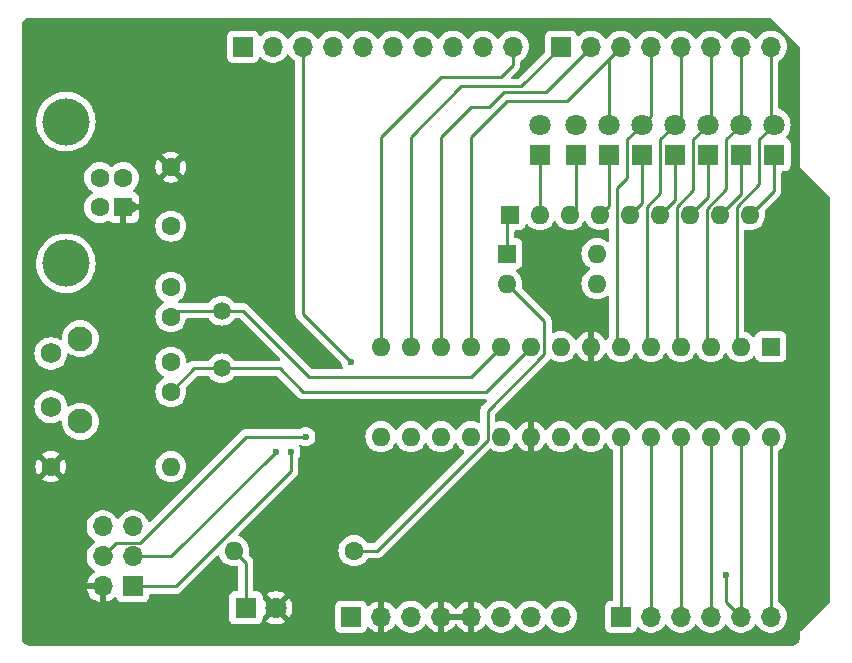
<source format=gbr>
%TF.GenerationSoftware,KiCad,Pcbnew,7.0.5*%
%TF.CreationDate,2023-11-13T20:32:54+01:00*%
%TF.ProjectId,atmega328p_dev_board,61746d65-6761-4333-9238-705f6465765f,rev?*%
%TF.SameCoordinates,Original*%
%TF.FileFunction,Copper,L1,Top*%
%TF.FilePolarity,Positive*%
%FSLAX46Y46*%
G04 Gerber Fmt 4.6, Leading zero omitted, Abs format (unit mm)*
G04 Created by KiCad (PCBNEW 7.0.5) date 2023-11-13 20:32:54*
%MOMM*%
%LPD*%
G01*
G04 APERTURE LIST*
%TA.AperFunction,ComponentPad*%
%ADD10R,1.700000X1.700000*%
%TD*%
%TA.AperFunction,ComponentPad*%
%ADD11O,1.700000X1.700000*%
%TD*%
%TA.AperFunction,ComponentPad*%
%ADD12R,1.600000X1.600000*%
%TD*%
%TA.AperFunction,ComponentPad*%
%ADD13O,1.600000X1.600000*%
%TD*%
%TA.AperFunction,ComponentPad*%
%ADD14R,1.800000X1.800000*%
%TD*%
%TA.AperFunction,ComponentPad*%
%ADD15C,1.800000*%
%TD*%
%TA.AperFunction,ComponentPad*%
%ADD16C,1.600000*%
%TD*%
%TA.AperFunction,ComponentPad*%
%ADD17C,4.000000*%
%TD*%
%TA.AperFunction,ComponentPad*%
%ADD18C,1.500000*%
%TD*%
%TA.AperFunction,ComponentPad*%
%ADD19C,2.100000*%
%TD*%
%TA.AperFunction,ComponentPad*%
%ADD20C,1.750000*%
%TD*%
%TA.AperFunction,ViaPad*%
%ADD21C,0.600000*%
%TD*%
%TA.AperFunction,Conductor*%
%ADD22C,0.400000*%
%TD*%
%TA.AperFunction,Conductor*%
%ADD23C,0.250000*%
%TD*%
%TA.AperFunction,Conductor*%
%ADD24C,1.000000*%
%TD*%
G04 APERTURE END LIST*
D10*
%TO.P,J1,1,Pin_1*%
%TO.N,unconnected-(J1-Pin_1-Pad1)*%
X127940000Y-97460000D03*
D11*
%TO.P,J1,2,Pin_2*%
%TO.N,+5V*%
X130480000Y-97460000D03*
%TO.P,J1,3,Pin_3*%
%TO.N,Reset*%
X133020000Y-97460000D03*
%TO.P,J1,4,Pin_4*%
%TO.N,+5V*%
X135560000Y-97460000D03*
%TO.P,J1,5,Pin_5*%
X138100000Y-97460000D03*
%TO.P,J1,6,Pin_6*%
%TO.N,GND*%
X140640000Y-97460000D03*
%TO.P,J1,7,Pin_7*%
X143180000Y-97460000D03*
%TO.P,J1,8,Pin_8*%
%TO.N,unconnected-(J1-Pin_8-Pad8)*%
X145720000Y-97460000D03*
%TD*%
D10*
%TO.P,J3,1,Pin_1*%
%TO.N,PC0*%
X150800000Y-97460000D03*
D11*
%TO.P,J3,2,Pin_2*%
%TO.N,PC1*%
X153340000Y-97460000D03*
%TO.P,J3,3,Pin_3*%
%TO.N,PC2*%
X155880000Y-97460000D03*
%TO.P,J3,4,Pin_4*%
%TO.N,PC3*%
X158420000Y-97460000D03*
%TO.P,J3,5,Pin_5*%
%TO.N,PC4*%
X160960000Y-97460000D03*
%TO.P,J3,6,Pin_6*%
%TO.N,PC5*%
X163500000Y-97460000D03*
%TD*%
D10*
%TO.P,J2,1,Pin_1*%
%TO.N,PC5*%
X118796000Y-49200000D03*
D11*
%TO.P,J2,2,Pin_2*%
%TO.N,PC4*%
X121336000Y-49200000D03*
%TO.P,J2,3,Pin_3*%
%TO.N,AREF*%
X123876000Y-49200000D03*
%TO.P,J2,4,Pin_4*%
%TO.N,GND*%
X126416000Y-49200000D03*
%TO.P,J2,5,Pin_5*%
%TO.N,SCK*%
X128956000Y-49200000D03*
%TO.P,J2,6,Pin_6*%
%TO.N,MISO*%
X131496000Y-49200000D03*
%TO.P,J2,7,Pin_7*%
%TO.N,MOSI*%
X134036000Y-49200000D03*
%TO.P,J2,8,Pin_8*%
%TO.N,PB2*%
X136576000Y-49200000D03*
%TO.P,J2,9,Pin_9*%
%TO.N,PB1*%
X139116000Y-49200000D03*
%TO.P,J2,10,Pin_10*%
%TO.N,PB0*%
X141656000Y-49200000D03*
%TD*%
D10*
%TO.P,J4,1,Pin_1*%
%TO.N,PD7*%
X145720000Y-49200000D03*
D11*
%TO.P,J4,2,Pin_2*%
%TO.N,PD6*%
X148260000Y-49200000D03*
%TO.P,J4,3,Pin_3*%
%TO.N,PD5*%
X150800000Y-49200000D03*
%TO.P,J4,4,Pin_4*%
%TO.N,PD4*%
X153340000Y-49200000D03*
%TO.P,J4,5,Pin_5*%
%TO.N,PD3*%
X155880000Y-49200000D03*
%TO.P,J4,6,Pin_6*%
%TO.N,PD2*%
X158420000Y-49200000D03*
%TO.P,J4,7,Pin_7*%
%TO.N,PD1*%
X160960000Y-49200000D03*
%TO.P,J4,8,Pin_8*%
%TO.N,PD0*%
X163500000Y-49200000D03*
%TD*%
D12*
%TO.P,U1,1,~{RESET}/PC6*%
%TO.N,Reset*%
X163500000Y-74600000D03*
D13*
%TO.P,U1,2,PD0*%
%TO.N,PD0*%
X160960000Y-74600000D03*
%TO.P,U1,3,PD1*%
%TO.N,PD1*%
X158420000Y-74600000D03*
%TO.P,U1,4,PD2*%
%TO.N,PD2*%
X155880000Y-74600000D03*
%TO.P,U1,5,PD3*%
%TO.N,PD3*%
X153340000Y-74600000D03*
%TO.P,U1,6,PD4*%
%TO.N,PD4*%
X150800000Y-74600000D03*
%TO.P,U1,7,VCC*%
%TO.N,+5V*%
X148260000Y-74600000D03*
%TO.P,U1,8,GND*%
%TO.N,GND*%
X145720000Y-74600000D03*
%TO.P,U1,9,XTAL1/PB6*%
%TO.N,Net-(U1-XTAL1{slash}PB6)*%
X143180000Y-74600000D03*
%TO.P,U1,10,XTAL2/PB7*%
%TO.N,Net-(U1-XTAL2{slash}PB7)*%
X140640000Y-74600000D03*
%TO.P,U1,11,PD5*%
%TO.N,PD5*%
X138100000Y-74600000D03*
%TO.P,U1,12,PD6*%
%TO.N,PD6*%
X135560000Y-74600000D03*
%TO.P,U1,13,PD7*%
%TO.N,PD7*%
X133020000Y-74600000D03*
%TO.P,U1,14,PB0*%
%TO.N,PB0*%
X130480000Y-74600000D03*
%TO.P,U1,15,PB1*%
%TO.N,PB1*%
X130480000Y-82220000D03*
%TO.P,U1,16,PB2*%
%TO.N,PB2*%
X133020000Y-82220000D03*
%TO.P,U1,17,PB3*%
%TO.N,MOSI*%
X135560000Y-82220000D03*
%TO.P,U1,18,PB4*%
%TO.N,MISO*%
X138100000Y-82220000D03*
%TO.P,U1,19,PB5*%
%TO.N,SCK*%
X140640000Y-82220000D03*
%TO.P,U1,20,AVCC*%
%TO.N,+5V*%
X143180000Y-82220000D03*
%TO.P,U1,21,AREF*%
%TO.N,AREF*%
X145720000Y-82220000D03*
%TO.P,U1,22,GND*%
%TO.N,GND*%
X148260000Y-82220000D03*
%TO.P,U1,23,PC0*%
%TO.N,PC0*%
X150800000Y-82220000D03*
%TO.P,U1,24,PC1*%
%TO.N,PC1*%
X153340000Y-82220000D03*
%TO.P,U1,25,PC2*%
%TO.N,PC2*%
X155880000Y-82220000D03*
%TO.P,U1,26,PC3*%
%TO.N,PC3*%
X158420000Y-82220000D03*
%TO.P,U1,27,PC4*%
%TO.N,PC4*%
X160960000Y-82220000D03*
%TO.P,U1,28,PC5*%
%TO.N,PC5*%
X163500000Y-82220000D03*
%TD*%
D10*
%TO.P,J6,1,Pin_1*%
%TO.N,MISO*%
X109460000Y-94905000D03*
D11*
%TO.P,J6,2,Pin_2*%
%TO.N,+5V*%
X106920000Y-94905000D03*
%TO.P,J6,3,Pin_3*%
%TO.N,SCK*%
X109460000Y-92365000D03*
%TO.P,J6,4,Pin_4*%
%TO.N,MOSI*%
X106920000Y-92365000D03*
%TO.P,J6,5,Pin_5*%
%TO.N,Reset*%
X109460000Y-89825000D03*
%TO.P,J6,6,Pin_6*%
%TO.N,GND*%
X106920000Y-89825000D03*
%TD*%
D14*
%TO.P,D7,1,K*%
%TO.N,Net-(D7-K)*%
X146990000Y-58344000D03*
D15*
%TO.P,D7,2,A*%
%TO.N,PD6*%
X146990000Y-55804000D03*
%TD*%
D14*
%TO.P,D9,1,K*%
%TO.N,Net-(D9-K)*%
X119050000Y-96698000D03*
D15*
%TO.P,D9,2,A*%
%TO.N,+5V*%
X121590000Y-96698000D03*
%TD*%
D14*
%TO.P,D2,1,K*%
%TO.N,Net-(D2-K)*%
X160960000Y-58344000D03*
D15*
%TO.P,D2,2,A*%
%TO.N,PD1*%
X160960000Y-55804000D03*
%TD*%
D12*
%TO.P,SW1,1*%
%TO.N,Net-(RN1-common)*%
X141148000Y-66726000D03*
D13*
%TO.P,SW1,2*%
%TO.N,Net-(R2-Pad1)*%
X141148000Y-69266000D03*
%TO.P,SW1,3*%
%TO.N,GND*%
X148768000Y-69266000D03*
%TO.P,SW1,4*%
X148768000Y-66726000D03*
%TD*%
D14*
%TO.P,D1,1,K*%
%TO.N,Net-(D1-K)*%
X163754000Y-58344000D03*
D15*
%TO.P,D1,2,A*%
%TO.N,PD0*%
X163754000Y-55804000D03*
%TD*%
D12*
%TO.P,RN1,1,common*%
%TO.N,Net-(RN1-common)*%
X141402000Y-63424000D03*
D13*
%TO.P,RN1,2,R1*%
%TO.N,Net-(D8-K)*%
X143942000Y-63424000D03*
%TO.P,RN1,3,R2*%
%TO.N,Net-(D7-K)*%
X146482000Y-63424000D03*
%TO.P,RN1,4,R3*%
%TO.N,Net-(D6-K)*%
X149022000Y-63424000D03*
%TO.P,RN1,5,R4*%
%TO.N,Net-(D5-K)*%
X151562000Y-63424000D03*
%TO.P,RN1,6,R5*%
%TO.N,Net-(D4-K)*%
X154102000Y-63424000D03*
%TO.P,RN1,7,R6*%
%TO.N,Net-(D3-K)*%
X156642000Y-63424000D03*
%TO.P,RN1,8,R7*%
%TO.N,Net-(D2-K)*%
X159182000Y-63424000D03*
%TO.P,RN1,9,R8*%
%TO.N,Net-(D1-K)*%
X161722000Y-63424000D03*
%TD*%
D14*
%TO.P,D4,1,K*%
%TO.N,Net-(D4-K)*%
X155372000Y-58344000D03*
D15*
%TO.P,D4,2,A*%
%TO.N,PD3*%
X155372000Y-55804000D03*
%TD*%
D16*
%TO.P,C2,1*%
%TO.N,Net-(U1-XTAL1{slash}PB6)*%
X112700000Y-78410000D03*
%TO.P,C2,2*%
%TO.N,GND*%
X112700000Y-75910000D03*
%TD*%
%TO.P,C3,1*%
%TO.N,GND*%
X112700000Y-64400000D03*
%TO.P,C3,2*%
%TO.N,+5V*%
X112700000Y-59400000D03*
%TD*%
D14*
%TO.P,D8,1,K*%
%TO.N,Net-(D8-K)*%
X143942000Y-58349000D03*
D15*
%TO.P,D8,2,A*%
%TO.N,PD7*%
X143942000Y-55809000D03*
%TD*%
D12*
%TO.P,J5,1,VBUS*%
%TO.N,+5V*%
X108670000Y-62800000D03*
D16*
%TO.P,J5,2,D-*%
%TO.N,unconnected-(J5-D--Pad2)*%
X108670000Y-60300000D03*
%TO.P,J5,3,D+*%
%TO.N,unconnected-(J5-D+-Pad3)*%
X106670000Y-60300000D03*
%TO.P,J5,4,GND*%
%TO.N,GND*%
X106670000Y-62800000D03*
D17*
%TO.P,J5,5,Shield*%
X103810000Y-67550000D03*
X103810000Y-55550000D03*
%TD*%
D18*
%TO.P,Y1,1,1*%
%TO.N,Net-(U1-XTAL1{slash}PB6)*%
X117018000Y-76432000D03*
%TO.P,Y1,2,2*%
%TO.N,Net-(U1-XTAL2{slash}PB7)*%
X117018000Y-71552000D03*
%TD*%
D16*
%TO.P,R1,1*%
%TO.N,+5V*%
X102540000Y-84760000D03*
D13*
%TO.P,R1,2*%
%TO.N,Reset*%
X112700000Y-84760000D03*
%TD*%
D14*
%TO.P,D5,1,K*%
%TO.N,Net-(D5-K)*%
X152578000Y-58344000D03*
D15*
%TO.P,D5,2,A*%
%TO.N,PD4*%
X152578000Y-55804000D03*
%TD*%
D14*
%TO.P,D6,1,K*%
%TO.N,Net-(D6-K)*%
X149784000Y-58349000D03*
D15*
%TO.P,D6,2,A*%
%TO.N,PD5*%
X149784000Y-55809000D03*
%TD*%
D14*
%TO.P,D3,1,K*%
%TO.N,Net-(D3-K)*%
X158166000Y-58344000D03*
D15*
%TO.P,D3,2,A*%
%TO.N,PD2*%
X158166000Y-55804000D03*
%TD*%
D16*
%TO.P,C1,1*%
%TO.N,Net-(U1-XTAL2{slash}PB7)*%
X112700000Y-72060000D03*
%TO.P,C1,2*%
%TO.N,GND*%
X112700000Y-69560000D03*
%TD*%
D19*
%TO.P,SW2,*%
%TO.N,*%
X105030000Y-80930000D03*
X105030000Y-73920000D03*
D20*
%TO.P,SW2,1,1*%
%TO.N,Reset*%
X102540000Y-79680000D03*
%TO.P,SW2,2,2*%
%TO.N,GND*%
X102540000Y-75180000D03*
%TD*%
D16*
%TO.P,R2,1*%
%TO.N,Net-(R2-Pad1)*%
X128194000Y-91872000D03*
D13*
%TO.P,R2,2*%
%TO.N,Net-(D9-K)*%
X118034000Y-91872000D03*
%TD*%
D21*
%TO.N,PC4*%
X159690000Y-93904000D03*
%TO.N,AREF*%
X127940000Y-75870000D03*
%TO.N,SCK*%
X121590000Y-83490000D03*
X121590000Y-83490000D03*
%TO.N,MISO*%
X122860000Y-83490000D03*
%TO.N,MOSI*%
X124130000Y-82220000D03*
%TD*%
D22*
%TO.N,GND*%
X112780000Y-64480000D02*
X112700000Y-64400000D01*
D23*
%TO.N,+5V*%
X130480000Y-97206000D02*
X130480000Y-97460000D01*
D24*
X108670000Y-62800000D02*
X109300000Y-62800000D01*
D23*
%TO.N,Net-(U1-XTAL2{slash}PB7)*%
X117018000Y-71552000D02*
X118796000Y-71552000D01*
X113208000Y-71552000D02*
X112700000Y-72060000D01*
X117018000Y-71552000D02*
X113208000Y-71552000D01*
X138100000Y-77140000D02*
X140640000Y-74600000D01*
X124384000Y-77140000D02*
X138100000Y-77140000D01*
X118796000Y-71552000D02*
X124384000Y-77140000D01*
%TO.N,Net-(U1-XTAL1{slash}PB6)*%
X139370000Y-78410000D02*
X143180000Y-74600000D01*
X117018000Y-76432000D02*
X121898000Y-76432000D01*
X117018000Y-76432000D02*
X114678000Y-76432000D01*
X123876000Y-78410000D02*
X139370000Y-78410000D01*
X121898000Y-76432000D02*
X123876000Y-78410000D01*
X114678000Y-76432000D02*
X112700000Y-78410000D01*
X143180000Y-74600000D02*
X143180000Y-74510000D01*
%TO.N,PC5*%
X163500000Y-97460000D02*
X163500000Y-82220000D01*
%TO.N,PC4*%
X159690000Y-96190000D02*
X160960000Y-97460000D01*
X159690000Y-93904000D02*
X159690000Y-96190000D01*
X160960000Y-97460000D02*
X160960000Y-82220000D01*
%TO.N,AREF*%
X123876000Y-71806000D02*
X127940000Y-75870000D01*
X123876000Y-49200000D02*
X123876000Y-71806000D01*
%TO.N,SCK*%
X112715000Y-92365000D02*
X109460000Y-92365000D01*
X121590000Y-83490000D02*
X112715000Y-92365000D01*
%TO.N,MISO*%
X122860000Y-83490000D02*
X122860000Y-85146116D01*
X113101116Y-94905000D02*
X109460000Y-94905000D01*
X122860000Y-85146116D02*
X113101116Y-94905000D01*
%TO.N,MOSI*%
X108095000Y-91190000D02*
X106920000Y-92365000D01*
X124130000Y-82220000D02*
X119050000Y-82220000D01*
D24*
X106920000Y-92365000D02*
X107267968Y-92365000D01*
D23*
X110080000Y-91190000D02*
X108095000Y-91190000D01*
X119050000Y-82220000D02*
X110080000Y-91190000D01*
%TO.N,PB0*%
X140640000Y-51740000D02*
X135560000Y-51740000D01*
X130480000Y-56820000D02*
X130480000Y-74600000D01*
X141656000Y-49200000D02*
X141656000Y-50724000D01*
X141656000Y-50724000D02*
X140640000Y-51740000D01*
X135560000Y-51740000D02*
X130480000Y-56820000D01*
%TO.N,PC0*%
X150800000Y-97460000D02*
X150800000Y-82220000D01*
%TO.N,PC1*%
X153340000Y-97460000D02*
X153340000Y-82220000D01*
%TO.N,PC2*%
X155880000Y-97460000D02*
X155880000Y-82220000D01*
%TO.N,PC3*%
X158420000Y-97460000D02*
X158420000Y-82220000D01*
%TO.N,PD7*%
X133020000Y-74600000D02*
X133020000Y-56820000D01*
X137280000Y-52560000D02*
X142360000Y-52560000D01*
X133020000Y-56820000D02*
X137280000Y-52560000D01*
X142360000Y-52560000D02*
X145720000Y-49200000D01*
%TO.N,PD6*%
X139624000Y-54280000D02*
X140894000Y-53010000D01*
X140894000Y-53010000D02*
X144450000Y-53010000D01*
X138100000Y-54280000D02*
X139624000Y-54280000D01*
X138100000Y-54280000D02*
X135560000Y-56820000D01*
X135560000Y-56820000D02*
X135560000Y-74600000D01*
X144450000Y-53010000D02*
X148260000Y-49200000D01*
%TO.N,PD5*%
X141148000Y-53772000D02*
X146228000Y-53772000D01*
X149784000Y-55809000D02*
X149784000Y-50216000D01*
X146228000Y-53772000D02*
X150800000Y-49200000D01*
X149784000Y-50216000D02*
X150800000Y-49200000D01*
X138100000Y-56820000D02*
X141148000Y-53772000D01*
X138100000Y-74600000D02*
X138100000Y-56820000D01*
%TO.N,PD4*%
X153340000Y-49200000D02*
X153340000Y-55042000D01*
X150437000Y-74237000D02*
X150437000Y-61202000D01*
X151353000Y-60286000D02*
X151353000Y-57029000D01*
X151353000Y-57029000D02*
X152578000Y-55804000D01*
X150800000Y-74600000D02*
X150437000Y-74237000D01*
X153340000Y-55042000D02*
X152578000Y-55804000D01*
X150437000Y-61202000D02*
X151353000Y-60286000D01*
%TO.N,PD3*%
X152977000Y-62771000D02*
X154147000Y-61601000D01*
X154147000Y-57029000D02*
X155372000Y-55804000D01*
X152977000Y-74237000D02*
X152977000Y-62771000D01*
X153340000Y-74600000D02*
X152977000Y-74237000D01*
X155880000Y-55296000D02*
X155372000Y-55804000D01*
X155880000Y-49200000D02*
X155880000Y-55296000D01*
X154147000Y-61601000D02*
X154147000Y-57029000D01*
%TO.N,PD2*%
X155880000Y-74600000D02*
X155517000Y-74237000D01*
X155517000Y-74237000D02*
X155517000Y-62771000D01*
X156941000Y-57029000D02*
X158166000Y-55804000D01*
X156941000Y-61347000D02*
X156941000Y-57029000D01*
X158420000Y-49200000D02*
X158420000Y-55550000D01*
X158420000Y-55550000D02*
X158166000Y-55804000D01*
X155517000Y-62771000D02*
X156941000Y-61347000D01*
%TO.N,PD1*%
X158057000Y-74237000D02*
X158420000Y-74600000D01*
X158057000Y-62958009D02*
X158057000Y-74237000D01*
X159735000Y-61280009D02*
X158057000Y-62958009D01*
X160960000Y-55804000D02*
X159735000Y-57029000D01*
X160960000Y-49200000D02*
X160960000Y-55804000D01*
D22*
X158420000Y-74600000D02*
X157982000Y-74162000D01*
D23*
X159735000Y-57029000D02*
X159735000Y-61280009D01*
%TO.N,PD0*%
X162529000Y-60839000D02*
X162529000Y-57029000D01*
X163500000Y-49200000D02*
X163500000Y-55550000D01*
X162529000Y-57029000D02*
X163754000Y-55804000D01*
X163500000Y-55550000D02*
X163754000Y-55804000D01*
X160597000Y-74237000D02*
X160597000Y-62771000D01*
X160960000Y-74600000D02*
X160597000Y-74237000D01*
X160597000Y-62771000D02*
X162529000Y-60839000D01*
%TO.N,Net-(D1-K)*%
X163754000Y-61392000D02*
X161722000Y-63424000D01*
X163754000Y-58344000D02*
X163754000Y-61392000D01*
%TO.N,Net-(D2-K)*%
X160960000Y-58344000D02*
X160960000Y-61646000D01*
X160960000Y-61646000D02*
X159182000Y-63424000D01*
%TO.N,Net-(D3-K)*%
X158166000Y-58344000D02*
X158166000Y-61900000D01*
X158166000Y-61900000D02*
X156642000Y-63424000D01*
%TO.N,Net-(D4-K)*%
X155372000Y-62154000D02*
X154102000Y-63424000D01*
X155372000Y-58344000D02*
X155372000Y-62154000D01*
%TO.N,Net-(D5-K)*%
X152578000Y-62408000D02*
X151562000Y-63424000D01*
X152578000Y-58344000D02*
X152578000Y-62408000D01*
%TO.N,Net-(D6-K)*%
X149784000Y-58349000D02*
X149784000Y-62662000D01*
X149784000Y-62662000D02*
X149022000Y-63424000D01*
%TO.N,Net-(D7-K)*%
X146990000Y-62916000D02*
X146482000Y-63424000D01*
X146990000Y-58344000D02*
X146990000Y-62916000D01*
%TO.N,Net-(D8-K)*%
X143942000Y-58349000D02*
X143942000Y-63424000D01*
%TO.N,Net-(D9-K)*%
X119050000Y-92888000D02*
X118034000Y-91872000D01*
X119050000Y-96698000D02*
X119050000Y-92888000D01*
%TO.N,Net-(R2-Pad1)*%
X144305000Y-75253000D02*
X144305000Y-72423000D01*
X130138990Y-91872000D02*
X139515000Y-82495990D01*
X144305000Y-72423000D02*
X141148000Y-69266000D01*
X139515000Y-82495990D02*
X139515000Y-80043000D01*
X139515000Y-80043000D02*
X144305000Y-75253000D01*
X130138990Y-91872000D02*
X128194000Y-91872000D01*
%TO.N,Net-(RN1-common)*%
X141148000Y-63678000D02*
X141402000Y-63424000D01*
X141148000Y-66726000D02*
X141148000Y-63678000D01*
%TD*%
%TA.AperFunction,Conductor*%
%TO.N,+5V*%
G36*
X137640507Y-97250156D02*
G01*
X137600000Y-97388111D01*
X137600000Y-97531889D01*
X137640507Y-97669844D01*
X137666314Y-97710000D01*
X135993686Y-97710000D01*
X136019493Y-97669844D01*
X136060000Y-97531889D01*
X136060000Y-97388111D01*
X136019493Y-97250156D01*
X135993686Y-97210000D01*
X137666314Y-97210000D01*
X137640507Y-97250156D01*
G37*
%TD.AperFunction*%
%TA.AperFunction,Conductor*%
G36*
X147819864Y-63986278D02*
G01*
X147864382Y-64037655D01*
X147867039Y-64043354D01*
X147884477Y-64080749D01*
X148015802Y-64268300D01*
X148177700Y-64430198D01*
X148365251Y-64561523D01*
X148490091Y-64619736D01*
X148572750Y-64658281D01*
X148572752Y-64658281D01*
X148572757Y-64658284D01*
X148793913Y-64717543D01*
X148956832Y-64731796D01*
X149021998Y-64737498D01*
X149022000Y-64737498D01*
X149022002Y-64737498D01*
X149079139Y-64732499D01*
X149250087Y-64717543D01*
X149471243Y-64658284D01*
X149627096Y-64585608D01*
X149696173Y-64575117D01*
X149759957Y-64603637D01*
X149798196Y-64662113D01*
X149803500Y-64697991D01*
X149803500Y-65615480D01*
X149783815Y-65682519D01*
X149731011Y-65728274D01*
X149661853Y-65738218D01*
X149608378Y-65717055D01*
X149424749Y-65588477D01*
X149424745Y-65588475D01*
X149217249Y-65491718D01*
X149217238Y-65491714D01*
X148996089Y-65432457D01*
X148996081Y-65432456D01*
X148768002Y-65412502D01*
X148767998Y-65412502D01*
X148539918Y-65432456D01*
X148539910Y-65432457D01*
X148318761Y-65491714D01*
X148318750Y-65491718D01*
X148111254Y-65588475D01*
X148111252Y-65588476D01*
X148111249Y-65588477D01*
X148111251Y-65588477D01*
X147923700Y-65719802D01*
X147923698Y-65719803D01*
X147923695Y-65719806D01*
X147761806Y-65881695D01*
X147761803Y-65881698D01*
X147761802Y-65881700D01*
X147679767Y-65998856D01*
X147630476Y-66069252D01*
X147630475Y-66069254D01*
X147533718Y-66276750D01*
X147533714Y-66276761D01*
X147474457Y-66497910D01*
X147474456Y-66497918D01*
X147454502Y-66725998D01*
X147454502Y-66726001D01*
X147474456Y-66954081D01*
X147474457Y-66954089D01*
X147533714Y-67175238D01*
X147533718Y-67175249D01*
X147630475Y-67382745D01*
X147630477Y-67382749D01*
X147761802Y-67570300D01*
X147923700Y-67732198D01*
X148111244Y-67863518D01*
X148111251Y-67863523D01*
X148154345Y-67883618D01*
X148206784Y-67929791D01*
X148225936Y-67996984D01*
X148205720Y-68063865D01*
X148154345Y-68108382D01*
X148111251Y-68128476D01*
X148044699Y-68175077D01*
X147923700Y-68259802D01*
X147923698Y-68259803D01*
X147923695Y-68259806D01*
X147761806Y-68421695D01*
X147761803Y-68421698D01*
X147761802Y-68421700D01*
X147679767Y-68538856D01*
X147630476Y-68609252D01*
X147630475Y-68609254D01*
X147533718Y-68816750D01*
X147533714Y-68816761D01*
X147474457Y-69037910D01*
X147474456Y-69037918D01*
X147454502Y-69265998D01*
X147454502Y-69266001D01*
X147474456Y-69494081D01*
X147474457Y-69494089D01*
X147533714Y-69715238D01*
X147533718Y-69715249D01*
X147630475Y-69922745D01*
X147630477Y-69922749D01*
X147761802Y-70110300D01*
X147923700Y-70272198D01*
X148111251Y-70403523D01*
X148227954Y-70457942D01*
X148318750Y-70500281D01*
X148318752Y-70500281D01*
X148318757Y-70500284D01*
X148539913Y-70559543D01*
X148702832Y-70573796D01*
X148767998Y-70579498D01*
X148768000Y-70579498D01*
X148768002Y-70579498D01*
X148827013Y-70574335D01*
X148996087Y-70559543D01*
X149217243Y-70500284D01*
X149424749Y-70403523D01*
X149608377Y-70274944D01*
X149674582Y-70252617D01*
X149742349Y-70269627D01*
X149790163Y-70320574D01*
X149803500Y-70376519D01*
X149803500Y-73702753D01*
X149783815Y-73769792D01*
X149781091Y-73773852D01*
X149698652Y-73891588D01*
X149662476Y-73943252D01*
X149662474Y-73943256D01*
X149637691Y-73996402D01*
X149591518Y-74048841D01*
X149524324Y-74067992D01*
X149457444Y-74047775D01*
X149412927Y-73996399D01*
X149390133Y-73947517D01*
X149259657Y-73761179D01*
X149098820Y-73600342D01*
X148912482Y-73469865D01*
X148706328Y-73373734D01*
X148510000Y-73321127D01*
X148510000Y-74284314D01*
X148498045Y-74272359D01*
X148385148Y-74214835D01*
X148291481Y-74200000D01*
X148228519Y-74200000D01*
X148134852Y-74214835D01*
X148021955Y-74272359D01*
X148010000Y-74284314D01*
X148010000Y-73321127D01*
X147813671Y-73373734D01*
X147607517Y-73469865D01*
X147421179Y-73600342D01*
X147260342Y-73761179D01*
X147129865Y-73947517D01*
X147107071Y-73996401D01*
X147060898Y-74048840D01*
X146993705Y-74067992D01*
X146926824Y-74047776D01*
X146882307Y-73996401D01*
X146857523Y-73943251D01*
X146834681Y-73910630D01*
X146726198Y-73755700D01*
X146564300Y-73593802D01*
X146376749Y-73462477D01*
X146376745Y-73462475D01*
X146169249Y-73365718D01*
X146169238Y-73365714D01*
X145948089Y-73306457D01*
X145948081Y-73306456D01*
X145720002Y-73286502D01*
X145719998Y-73286502D01*
X145491918Y-73306456D01*
X145491910Y-73306457D01*
X145270761Y-73365714D01*
X145270750Y-73365718D01*
X145114904Y-73438390D01*
X145045826Y-73448882D01*
X144982043Y-73420362D01*
X144943804Y-73361885D01*
X144938500Y-73326008D01*
X144938500Y-72506631D01*
X144940238Y-72490881D01*
X144939968Y-72490856D01*
X144940702Y-72483093D01*
X144938531Y-72414007D01*
X144938500Y-72412059D01*
X144938500Y-72383146D01*
X144937615Y-72376147D01*
X144937156Y-72370314D01*
X144935673Y-72323110D01*
X144935672Y-72323108D01*
X144929979Y-72303514D01*
X144926032Y-72284457D01*
X144923474Y-72264203D01*
X144906084Y-72220284D01*
X144904193Y-72214757D01*
X144891018Y-72169408D01*
X144891018Y-72169407D01*
X144880624Y-72151832D01*
X144872064Y-72134356D01*
X144864554Y-72115388D01*
X144864554Y-72115387D01*
X144864553Y-72115385D01*
X144864552Y-72115383D01*
X144836789Y-72077171D01*
X144833587Y-72072297D01*
X144809542Y-72031637D01*
X144795106Y-72017201D01*
X144782469Y-72002406D01*
X144770471Y-71985892D01*
X144734084Y-71955790D01*
X144729762Y-71951857D01*
X142456335Y-69678430D01*
X142422850Y-69617107D01*
X142424242Y-69558654D01*
X142441541Y-69494094D01*
X142441542Y-69494089D01*
X142441543Y-69494087D01*
X142461498Y-69266000D01*
X142441543Y-69037913D01*
X142382284Y-68816757D01*
X142356226Y-68760876D01*
X142285524Y-68609254D01*
X142285523Y-68609252D01*
X142285523Y-68609251D01*
X142154198Y-68421700D01*
X141992300Y-68259802D01*
X141984627Y-68254429D01*
X141941006Y-68199853D01*
X141933814Y-68130355D01*
X141965338Y-68068001D01*
X142025568Y-68032588D01*
X142042489Y-68029570D01*
X142057201Y-68027989D01*
X142194204Y-67976889D01*
X142311261Y-67889261D01*
X142398889Y-67772204D01*
X142449989Y-67635201D01*
X142453591Y-67601692D01*
X142456499Y-67574654D01*
X142456500Y-67574637D01*
X142456500Y-65877362D01*
X142456499Y-65877345D01*
X142453157Y-65846270D01*
X142449989Y-65816799D01*
X142398889Y-65679796D01*
X142311261Y-65562739D01*
X142194204Y-65475111D01*
X142057203Y-65424011D01*
X141996654Y-65417500D01*
X141996638Y-65417500D01*
X141905500Y-65417500D01*
X141838461Y-65397815D01*
X141792706Y-65345011D01*
X141781500Y-65293500D01*
X141781500Y-64856500D01*
X141801185Y-64789461D01*
X141853989Y-64743706D01*
X141905500Y-64732500D01*
X142250638Y-64732500D01*
X142250654Y-64732499D01*
X142277692Y-64729591D01*
X142311201Y-64725989D01*
X142448204Y-64674889D01*
X142565261Y-64587261D01*
X142652889Y-64470204D01*
X142703989Y-64333201D01*
X142705569Y-64318500D01*
X142732304Y-64253952D01*
X142789695Y-64214102D01*
X142859521Y-64211606D01*
X142919611Y-64247257D01*
X142930428Y-64260626D01*
X142935802Y-64268300D01*
X143097700Y-64430198D01*
X143285251Y-64561523D01*
X143410091Y-64619736D01*
X143492750Y-64658281D01*
X143492752Y-64658281D01*
X143492757Y-64658284D01*
X143713913Y-64717543D01*
X143876832Y-64731796D01*
X143941998Y-64737498D01*
X143942000Y-64737498D01*
X143942002Y-64737498D01*
X143999139Y-64732499D01*
X144170087Y-64717543D01*
X144391243Y-64658284D01*
X144598749Y-64561523D01*
X144786300Y-64430198D01*
X144948198Y-64268300D01*
X145079523Y-64080749D01*
X145099617Y-64037655D01*
X145145790Y-63985215D01*
X145212983Y-63966063D01*
X145279864Y-63986278D01*
X145324382Y-64037655D01*
X145327039Y-64043354D01*
X145344477Y-64080749D01*
X145475802Y-64268300D01*
X145637700Y-64430198D01*
X145825251Y-64561523D01*
X145950091Y-64619736D01*
X146032750Y-64658281D01*
X146032752Y-64658281D01*
X146032757Y-64658284D01*
X146253913Y-64717543D01*
X146416832Y-64731796D01*
X146481998Y-64737498D01*
X146482000Y-64737498D01*
X146482002Y-64737498D01*
X146539139Y-64732499D01*
X146710087Y-64717543D01*
X146931243Y-64658284D01*
X147138749Y-64561523D01*
X147326300Y-64430198D01*
X147488198Y-64268300D01*
X147619523Y-64080749D01*
X147639617Y-64037655D01*
X147685790Y-63985215D01*
X147752983Y-63966063D01*
X147819864Y-63986278D01*
G37*
%TD.AperFunction*%
%TA.AperFunction,Conductor*%
G36*
X163484404Y-46755185D02*
G01*
X163505046Y-46771819D01*
X165928181Y-49194953D01*
X165961666Y-49256276D01*
X165964500Y-49282634D01*
X165964500Y-59315019D01*
X165961963Y-59334292D01*
X165962392Y-59339205D01*
X165962393Y-59339205D01*
X165963617Y-59353202D01*
X165964264Y-59360591D01*
X165964500Y-59365997D01*
X165964500Y-59373315D01*
X165965769Y-59380516D01*
X165966474Y-59385873D01*
X165967181Y-59393955D01*
X165971651Y-59403541D01*
X165978451Y-59411644D01*
X165978452Y-59411645D01*
X165979500Y-59412250D01*
X166005185Y-59431958D01*
X168468182Y-61894955D01*
X168501666Y-61956276D01*
X168504500Y-61982634D01*
X168504500Y-96107363D01*
X168484815Y-96174402D01*
X168468181Y-96195044D01*
X166018418Y-98644806D01*
X166003002Y-98656636D01*
X165986024Y-98676868D01*
X165982374Y-98680851D01*
X165977197Y-98686027D01*
X165972997Y-98692026D01*
X165969710Y-98696309D01*
X165964501Y-98702517D01*
X165960881Y-98712463D01*
X165959960Y-98722998D01*
X165960274Y-98724169D01*
X165964500Y-98756265D01*
X165964500Y-99234951D01*
X165964201Y-99241033D01*
X165952505Y-99359778D01*
X165947763Y-99383618D01*
X165917832Y-99482290D01*
X165915789Y-99489024D01*
X165906486Y-99511482D01*
X165854561Y-99608627D01*
X165841056Y-99628839D01*
X165771176Y-99713988D01*
X165753988Y-99731176D01*
X165668839Y-99801056D01*
X165648627Y-99814561D01*
X165551482Y-99866486D01*
X165529028Y-99875787D01*
X165487028Y-99888528D01*
X165423618Y-99907763D01*
X165399778Y-99912505D01*
X165281033Y-99924201D01*
X165274951Y-99924500D01*
X100765049Y-99924500D01*
X100758968Y-99924201D01*
X100640221Y-99912505D01*
X100616381Y-99907763D01*
X100599445Y-99902625D01*
X100510968Y-99875786D01*
X100488517Y-99866486D01*
X100391372Y-99814561D01*
X100371160Y-99801056D01*
X100286011Y-99731176D01*
X100268823Y-99713988D01*
X100198943Y-99628839D01*
X100185438Y-99608627D01*
X100133510Y-99511476D01*
X100124215Y-99489037D01*
X100092234Y-99383612D01*
X100087494Y-99359777D01*
X100075799Y-99241032D01*
X100075500Y-99234951D01*
X100075500Y-98358654D01*
X126581500Y-98358654D01*
X126588011Y-98419202D01*
X126588011Y-98419204D01*
X126639110Y-98556204D01*
X126639111Y-98556204D01*
X126726739Y-98673261D01*
X126843796Y-98760889D01*
X126980799Y-98811989D01*
X127008050Y-98814918D01*
X127041345Y-98818499D01*
X127041362Y-98818500D01*
X128838638Y-98818500D01*
X128838654Y-98818499D01*
X128865692Y-98815591D01*
X128899201Y-98811989D01*
X129036204Y-98760889D01*
X129153261Y-98673261D01*
X129240889Y-98556204D01*
X129289223Y-98426615D01*
X129331093Y-98370686D01*
X129396557Y-98346269D01*
X129464830Y-98361121D01*
X129493084Y-98382272D01*
X129608917Y-98498105D01*
X129802421Y-98633600D01*
X130016507Y-98733429D01*
X130016516Y-98733433D01*
X130230000Y-98790634D01*
X130229999Y-97895501D01*
X130337685Y-97944680D01*
X130444237Y-97960000D01*
X130515763Y-97960000D01*
X130622315Y-97944680D01*
X130730000Y-97895501D01*
X130730000Y-98790633D01*
X130943483Y-98733433D01*
X130943492Y-98733429D01*
X131157578Y-98633600D01*
X131351082Y-98498105D01*
X131518105Y-98331082D01*
X131644868Y-98150048D01*
X131699445Y-98106423D01*
X131768944Y-98099231D01*
X131831298Y-98130753D01*
X131850251Y-98153350D01*
X131944276Y-98297265D01*
X131944284Y-98297276D01*
X132063355Y-98426619D01*
X132096760Y-98462906D01*
X132274424Y-98601189D01*
X132274425Y-98601189D01*
X132274427Y-98601191D01*
X132334314Y-98633600D01*
X132472426Y-98708342D01*
X132685365Y-98781444D01*
X132907431Y-98818500D01*
X133132569Y-98818500D01*
X133354635Y-98781444D01*
X133567574Y-98708342D01*
X133765576Y-98601189D01*
X133943240Y-98462906D01*
X134064594Y-98331082D01*
X134095715Y-98297276D01*
X134095715Y-98297275D01*
X134095722Y-98297268D01*
X134189749Y-98153347D01*
X134242894Y-98107994D01*
X134312125Y-98098570D01*
X134375461Y-98128072D01*
X134395130Y-98150048D01*
X134521890Y-98331078D01*
X134688917Y-98498105D01*
X134882421Y-98633600D01*
X135096507Y-98733429D01*
X135096516Y-98733433D01*
X135310000Y-98790634D01*
X135310000Y-97895501D01*
X135417685Y-97944680D01*
X135524237Y-97960000D01*
X135595763Y-97960000D01*
X135702315Y-97944680D01*
X135810000Y-97895501D01*
X135810000Y-98790633D01*
X136023483Y-98733433D01*
X136023492Y-98733429D01*
X136237578Y-98633600D01*
X136431082Y-98498105D01*
X136598105Y-98331082D01*
X136728425Y-98144968D01*
X136783002Y-98101344D01*
X136852501Y-98094151D01*
X136914855Y-98125673D01*
X136931575Y-98144968D01*
X137061894Y-98331082D01*
X137228917Y-98498105D01*
X137422421Y-98633600D01*
X137636507Y-98733429D01*
X137636516Y-98733433D01*
X137850000Y-98790634D01*
X137850000Y-97895501D01*
X137957685Y-97944680D01*
X138064237Y-97960000D01*
X138135763Y-97960000D01*
X138242315Y-97944680D01*
X138350000Y-97895501D01*
X138350000Y-98790633D01*
X138563483Y-98733433D01*
X138563492Y-98733429D01*
X138777578Y-98633600D01*
X138971082Y-98498105D01*
X139138105Y-98331082D01*
X139264868Y-98150048D01*
X139319445Y-98106423D01*
X139388944Y-98099231D01*
X139451298Y-98130753D01*
X139470251Y-98153350D01*
X139564276Y-98297265D01*
X139564284Y-98297276D01*
X139683355Y-98426619D01*
X139716760Y-98462906D01*
X139894424Y-98601189D01*
X139894425Y-98601189D01*
X139894427Y-98601191D01*
X139954314Y-98633600D01*
X140092426Y-98708342D01*
X140305365Y-98781444D01*
X140527431Y-98818500D01*
X140752569Y-98818500D01*
X140974635Y-98781444D01*
X141187574Y-98708342D01*
X141385576Y-98601189D01*
X141563240Y-98462906D01*
X141684594Y-98331082D01*
X141715715Y-98297276D01*
X141715715Y-98297275D01*
X141715722Y-98297268D01*
X141806193Y-98158790D01*
X141859338Y-98113437D01*
X141928569Y-98104013D01*
X141991905Y-98133515D01*
X142013804Y-98158787D01*
X142104278Y-98297268D01*
X142104283Y-98297273D01*
X142104284Y-98297276D01*
X142223355Y-98426619D01*
X142256760Y-98462906D01*
X142434424Y-98601189D01*
X142434425Y-98601189D01*
X142434427Y-98601191D01*
X142494314Y-98633600D01*
X142632426Y-98708342D01*
X142845365Y-98781444D01*
X143067431Y-98818500D01*
X143292569Y-98818500D01*
X143514635Y-98781444D01*
X143727574Y-98708342D01*
X143925576Y-98601189D01*
X144103240Y-98462906D01*
X144224594Y-98331082D01*
X144255715Y-98297276D01*
X144255715Y-98297275D01*
X144255722Y-98297268D01*
X144346193Y-98158790D01*
X144399338Y-98113437D01*
X144468569Y-98104013D01*
X144531905Y-98133515D01*
X144553804Y-98158787D01*
X144644278Y-98297268D01*
X144644283Y-98297273D01*
X144644284Y-98297276D01*
X144763355Y-98426619D01*
X144796760Y-98462906D01*
X144974424Y-98601189D01*
X144974425Y-98601189D01*
X144974427Y-98601191D01*
X145034314Y-98633600D01*
X145172426Y-98708342D01*
X145385365Y-98781444D01*
X145607431Y-98818500D01*
X145832569Y-98818500D01*
X146054635Y-98781444D01*
X146267574Y-98708342D01*
X146465576Y-98601189D01*
X146643240Y-98462906D01*
X146764594Y-98331082D01*
X146795715Y-98297276D01*
X146795717Y-98297273D01*
X146795722Y-98297268D01*
X146918860Y-98108791D01*
X147009296Y-97902616D01*
X147064564Y-97684368D01*
X147067689Y-97646654D01*
X147083156Y-97460005D01*
X147083156Y-97459994D01*
X147064565Y-97235640D01*
X147064563Y-97235628D01*
X147043926Y-97154135D01*
X147009296Y-97017384D01*
X146918860Y-96811209D01*
X146902706Y-96786484D01*
X146795723Y-96622734D01*
X146795715Y-96622723D01*
X146643243Y-96457097D01*
X146643238Y-96457092D01*
X146465577Y-96318812D01*
X146465572Y-96318808D01*
X146267580Y-96211661D01*
X146267577Y-96211659D01*
X146267574Y-96211658D01*
X146267571Y-96211657D01*
X146267569Y-96211656D01*
X146054637Y-96138556D01*
X145832569Y-96101500D01*
X145607431Y-96101500D01*
X145385362Y-96138556D01*
X145172430Y-96211656D01*
X145172419Y-96211661D01*
X144974427Y-96318808D01*
X144974422Y-96318812D01*
X144796761Y-96457092D01*
X144796756Y-96457097D01*
X144644284Y-96622723D01*
X144644276Y-96622734D01*
X144553808Y-96761206D01*
X144500662Y-96806562D01*
X144431431Y-96815986D01*
X144368095Y-96786484D01*
X144346192Y-96761206D01*
X144255723Y-96622734D01*
X144255715Y-96622723D01*
X144103243Y-96457097D01*
X144103238Y-96457092D01*
X143925577Y-96318812D01*
X143925572Y-96318808D01*
X143727580Y-96211661D01*
X143727577Y-96211659D01*
X143727574Y-96211658D01*
X143727571Y-96211657D01*
X143727569Y-96211656D01*
X143514637Y-96138556D01*
X143292569Y-96101500D01*
X143067431Y-96101500D01*
X142845362Y-96138556D01*
X142632430Y-96211656D01*
X142632419Y-96211661D01*
X142434427Y-96318808D01*
X142434422Y-96318812D01*
X142256761Y-96457092D01*
X142256756Y-96457097D01*
X142104284Y-96622723D01*
X142104276Y-96622734D01*
X142013808Y-96761206D01*
X141960662Y-96806562D01*
X141891431Y-96815986D01*
X141828095Y-96786484D01*
X141806192Y-96761206D01*
X141715723Y-96622734D01*
X141715715Y-96622723D01*
X141563243Y-96457097D01*
X141563238Y-96457092D01*
X141385577Y-96318812D01*
X141385572Y-96318808D01*
X141187580Y-96211661D01*
X141187577Y-96211659D01*
X141187574Y-96211658D01*
X141187571Y-96211657D01*
X141187569Y-96211656D01*
X140974637Y-96138556D01*
X140752569Y-96101500D01*
X140527431Y-96101500D01*
X140305362Y-96138556D01*
X140092430Y-96211656D01*
X140092419Y-96211661D01*
X139894427Y-96318808D01*
X139894422Y-96318812D01*
X139716761Y-96457092D01*
X139716756Y-96457097D01*
X139564284Y-96622723D01*
X139564276Y-96622734D01*
X139470251Y-96766650D01*
X139417105Y-96812007D01*
X139347873Y-96821430D01*
X139284538Y-96791928D01*
X139264868Y-96769951D01*
X139138113Y-96588926D01*
X139138108Y-96588920D01*
X138971082Y-96421894D01*
X138777578Y-96286399D01*
X138563492Y-96186570D01*
X138563486Y-96186567D01*
X138350000Y-96129364D01*
X138350000Y-97024498D01*
X138242315Y-96975320D01*
X138135763Y-96960000D01*
X138064237Y-96960000D01*
X137957685Y-96975320D01*
X137850000Y-97024498D01*
X137850000Y-96129364D01*
X137849999Y-96129364D01*
X137636513Y-96186567D01*
X137636507Y-96186570D01*
X137422422Y-96286399D01*
X137422420Y-96286400D01*
X137228926Y-96421886D01*
X137228920Y-96421891D01*
X137061891Y-96588920D01*
X137061890Y-96588922D01*
X136931575Y-96775031D01*
X136876998Y-96818655D01*
X136807499Y-96825848D01*
X136745145Y-96794326D01*
X136728425Y-96775031D01*
X136598109Y-96588922D01*
X136598108Y-96588920D01*
X136431082Y-96421894D01*
X136237578Y-96286399D01*
X136023492Y-96186570D01*
X136023486Y-96186567D01*
X135810000Y-96129364D01*
X135810000Y-97024498D01*
X135702315Y-96975320D01*
X135595763Y-96960000D01*
X135524237Y-96960000D01*
X135417685Y-96975320D01*
X135310000Y-97024498D01*
X135310000Y-96129364D01*
X135309999Y-96129364D01*
X135096513Y-96186567D01*
X135096507Y-96186570D01*
X134882422Y-96286399D01*
X134882420Y-96286400D01*
X134688926Y-96421886D01*
X134688920Y-96421891D01*
X134521891Y-96588920D01*
X134521890Y-96588922D01*
X134395131Y-96769952D01*
X134340554Y-96813577D01*
X134271055Y-96820769D01*
X134208701Y-96789247D01*
X134189752Y-96766656D01*
X134095722Y-96622732D01*
X134095715Y-96622725D01*
X134095715Y-96622723D01*
X133943243Y-96457097D01*
X133943238Y-96457092D01*
X133765577Y-96318812D01*
X133765572Y-96318808D01*
X133567580Y-96211661D01*
X133567577Y-96211659D01*
X133567574Y-96211658D01*
X133567571Y-96211657D01*
X133567569Y-96211656D01*
X133354637Y-96138556D01*
X133132569Y-96101500D01*
X132907431Y-96101500D01*
X132685362Y-96138556D01*
X132472430Y-96211656D01*
X132472419Y-96211661D01*
X132274427Y-96318808D01*
X132274422Y-96318812D01*
X132096761Y-96457092D01*
X132096756Y-96457097D01*
X131944284Y-96622723D01*
X131944276Y-96622734D01*
X131850251Y-96766650D01*
X131797105Y-96812007D01*
X131727873Y-96821430D01*
X131664538Y-96791928D01*
X131644868Y-96769951D01*
X131518113Y-96588926D01*
X131518108Y-96588920D01*
X131351082Y-96421894D01*
X131157578Y-96286399D01*
X130943492Y-96186570D01*
X130943486Y-96186567D01*
X130730000Y-96129364D01*
X130730000Y-97024498D01*
X130622315Y-96975320D01*
X130515763Y-96960000D01*
X130444237Y-96960000D01*
X130337685Y-96975320D01*
X130229999Y-97024498D01*
X130230000Y-96129364D01*
X130229999Y-96129364D01*
X130016513Y-96186567D01*
X130016507Y-96186570D01*
X129802422Y-96286399D01*
X129802420Y-96286400D01*
X129608926Y-96421886D01*
X129493084Y-96537728D01*
X129431761Y-96571212D01*
X129362069Y-96566228D01*
X129306136Y-96524356D01*
X129289223Y-96493384D01*
X129240889Y-96363796D01*
X129226404Y-96344447D01*
X129223599Y-96340699D01*
X129153261Y-96246739D01*
X129036204Y-96159111D01*
X129035169Y-96158725D01*
X128899203Y-96108011D01*
X128838654Y-96101500D01*
X128838638Y-96101500D01*
X127041362Y-96101500D01*
X127041345Y-96101500D01*
X126980797Y-96108011D01*
X126980795Y-96108011D01*
X126843795Y-96159111D01*
X126726739Y-96246739D01*
X126639111Y-96363795D01*
X126588011Y-96500795D01*
X126588011Y-96500797D01*
X126581500Y-96561345D01*
X126581500Y-98358654D01*
X100075500Y-98358654D01*
X100075500Y-92365005D01*
X105556844Y-92365005D01*
X105575434Y-92589359D01*
X105575436Y-92589371D01*
X105630703Y-92807614D01*
X105721140Y-93013792D01*
X105844276Y-93202265D01*
X105844284Y-93202276D01*
X105996756Y-93367902D01*
X105996761Y-93367907D01*
X106034574Y-93397338D01*
X106174424Y-93506189D01*
X106217693Y-93529605D01*
X106217695Y-93529606D01*
X106267286Y-93578825D01*
X106282394Y-93647042D01*
X106258224Y-93712597D01*
X106229802Y-93740236D01*
X106048922Y-93866890D01*
X106048920Y-93866891D01*
X105881891Y-94033920D01*
X105881886Y-94033926D01*
X105746400Y-94227420D01*
X105746399Y-94227422D01*
X105646570Y-94441507D01*
X105646567Y-94441513D01*
X105589364Y-94654999D01*
X105589364Y-94655000D01*
X106486314Y-94655000D01*
X106460507Y-94695156D01*
X106420000Y-94833111D01*
X106420000Y-94976889D01*
X106460507Y-95114844D01*
X106486314Y-95155000D01*
X105589364Y-95155000D01*
X105646567Y-95368486D01*
X105646570Y-95368492D01*
X105746399Y-95582578D01*
X105881894Y-95776082D01*
X106048917Y-95943105D01*
X106242421Y-96078600D01*
X106456507Y-96178429D01*
X106456516Y-96178433D01*
X106670000Y-96235634D01*
X106670000Y-95340501D01*
X106777685Y-95389680D01*
X106884237Y-95405000D01*
X106955763Y-95405000D01*
X107062315Y-95389680D01*
X107170000Y-95340501D01*
X107170000Y-96235633D01*
X107383483Y-96178433D01*
X107383492Y-96178429D01*
X107597578Y-96078600D01*
X107791078Y-95943108D01*
X107906914Y-95827272D01*
X107968237Y-95793787D01*
X108037929Y-95798771D01*
X108093863Y-95840642D01*
X108110777Y-95871619D01*
X108159110Y-96001203D01*
X108159111Y-96001204D01*
X108246739Y-96118261D01*
X108363796Y-96205889D01*
X108500799Y-96256989D01*
X108528050Y-96259918D01*
X108561345Y-96263499D01*
X108561362Y-96263500D01*
X110358638Y-96263500D01*
X110358654Y-96263499D01*
X110385692Y-96260591D01*
X110419201Y-96256989D01*
X110556204Y-96205889D01*
X110673261Y-96118261D01*
X110760889Y-96001204D01*
X110811989Y-95864201D01*
X110815959Y-95827272D01*
X110818499Y-95803654D01*
X110818500Y-95803637D01*
X110818500Y-95662500D01*
X110838185Y-95595461D01*
X110890989Y-95549706D01*
X110942500Y-95538500D01*
X113017482Y-95538500D01*
X113033229Y-95540238D01*
X113033255Y-95539968D01*
X113041022Y-95540702D01*
X113041024Y-95540701D01*
X113041025Y-95540702D01*
X113050375Y-95540408D01*
X113110107Y-95538531D01*
X113112055Y-95538500D01*
X113140973Y-95538500D01*
X113142338Y-95538327D01*
X113147978Y-95537614D01*
X113153801Y-95537156D01*
X113179824Y-95536338D01*
X113201006Y-95535673D01*
X113210797Y-95532827D01*
X113220597Y-95529980D01*
X113239654Y-95526032D01*
X113259913Y-95523474D01*
X113303837Y-95506082D01*
X113309337Y-95504199D01*
X113354709Y-95491018D01*
X113372281Y-95480625D01*
X113389748Y-95472068D01*
X113408733Y-95464552D01*
X113446942Y-95436790D01*
X113451820Y-95433585D01*
X113492478Y-95409542D01*
X113506918Y-95395100D01*
X113521708Y-95382470D01*
X113538223Y-95370472D01*
X113568338Y-95334067D01*
X113572242Y-95329776D01*
X116604870Y-92297148D01*
X116666191Y-92263665D01*
X116735883Y-92268649D01*
X116791816Y-92310521D01*
X116804931Y-92332427D01*
X116881503Y-92496638D01*
X116896477Y-92528749D01*
X117027802Y-92716300D01*
X117189700Y-92878198D01*
X117377251Y-93009523D01*
X117439425Y-93038515D01*
X117584750Y-93106281D01*
X117584752Y-93106281D01*
X117584757Y-93106284D01*
X117805913Y-93165543D01*
X117968832Y-93179796D01*
X118033998Y-93185498D01*
X118034000Y-93185498D01*
X118034002Y-93185498D01*
X118065614Y-93182732D01*
X118262087Y-93165543D01*
X118262099Y-93165539D01*
X118267424Y-93164602D01*
X118267700Y-93166169D01*
X118330247Y-93167653D01*
X118388112Y-93206810D01*
X118415622Y-93271037D01*
X118416500Y-93285768D01*
X118416500Y-95165500D01*
X118396815Y-95232539D01*
X118344011Y-95278294D01*
X118292500Y-95289500D01*
X118101345Y-95289500D01*
X118040797Y-95296011D01*
X118040795Y-95296011D01*
X117903795Y-95347111D01*
X117786739Y-95434739D01*
X117699111Y-95551795D01*
X117648011Y-95688795D01*
X117648011Y-95688797D01*
X117641500Y-95749345D01*
X117641500Y-97646654D01*
X117648011Y-97707202D01*
X117648011Y-97707204D01*
X117679191Y-97790798D01*
X117699111Y-97844204D01*
X117786739Y-97961261D01*
X117903796Y-98048889D01*
X118018949Y-98091839D01*
X118038766Y-98099231D01*
X118040799Y-98099989D01*
X118068050Y-98102918D01*
X118101345Y-98106499D01*
X118101362Y-98106500D01*
X119998638Y-98106500D01*
X119998654Y-98106499D01*
X120025692Y-98103591D01*
X120059201Y-98099989D01*
X120061234Y-98099231D01*
X120074853Y-98094151D01*
X120196204Y-98048889D01*
X120313261Y-97961261D01*
X120400889Y-97844204D01*
X120451989Y-97707201D01*
X120456005Y-97669844D01*
X120458499Y-97646654D01*
X120458500Y-97646637D01*
X120458500Y-97527309D01*
X120478185Y-97460270D01*
X120494819Y-97439628D01*
X121145550Y-96788896D01*
X121146327Y-96799265D01*
X121195887Y-96925541D01*
X121280465Y-97031599D01*
X121392547Y-97108016D01*
X121500299Y-97141253D01*
X120791199Y-97850351D01*
X120821650Y-97874050D01*
X121025697Y-97984476D01*
X121025706Y-97984479D01*
X121245139Y-98059811D01*
X121473993Y-98098000D01*
X121706007Y-98098000D01*
X121934860Y-98059811D01*
X122154293Y-97984479D01*
X122154302Y-97984476D01*
X122358350Y-97874050D01*
X122388798Y-97850351D01*
X121678231Y-97139784D01*
X121724138Y-97132865D01*
X121846357Y-97074007D01*
X121945798Y-96981740D01*
X122013625Y-96864260D01*
X122031499Y-96785947D01*
X122741186Y-97495634D01*
X122825484Y-97366606D01*
X122918682Y-97154135D01*
X122975638Y-96929218D01*
X122994798Y-96698005D01*
X122994798Y-96697994D01*
X122975638Y-96466781D01*
X122918682Y-96241864D01*
X122825483Y-96029390D01*
X122741186Y-95900364D01*
X122034449Y-96607101D01*
X122033673Y-96596735D01*
X121984113Y-96470459D01*
X121899535Y-96364401D01*
X121787453Y-96287984D01*
X121679700Y-96254747D01*
X122388799Y-95545648D01*
X122388799Y-95545647D01*
X122358349Y-95521949D01*
X122154302Y-95411523D01*
X122154293Y-95411520D01*
X121934860Y-95336188D01*
X121706007Y-95298000D01*
X121473993Y-95298000D01*
X121245139Y-95336188D01*
X121025706Y-95411520D01*
X121025698Y-95411523D01*
X120821644Y-95521952D01*
X120791200Y-95545646D01*
X120791200Y-95545647D01*
X121501768Y-96256215D01*
X121455862Y-96263135D01*
X121333643Y-96321993D01*
X121234202Y-96414260D01*
X121166375Y-96531740D01*
X121148500Y-96610052D01*
X120494819Y-95956371D01*
X120461334Y-95895048D01*
X120458500Y-95868690D01*
X120458500Y-95749362D01*
X120458499Y-95749345D01*
X120455157Y-95718270D01*
X120451989Y-95688799D01*
X120400889Y-95551796D01*
X120313261Y-95434739D01*
X120196204Y-95347111D01*
X120161262Y-95334078D01*
X120059203Y-95296011D01*
X119998654Y-95289500D01*
X119998638Y-95289500D01*
X119807500Y-95289500D01*
X119740461Y-95269815D01*
X119694706Y-95217011D01*
X119683500Y-95165500D01*
X119683500Y-92971631D01*
X119685239Y-92955879D01*
X119684968Y-92955854D01*
X119685702Y-92948092D01*
X119683531Y-92878995D01*
X119683500Y-92877047D01*
X119683500Y-92848147D01*
X119682782Y-92842466D01*
X119682614Y-92841141D01*
X119682157Y-92835322D01*
X119682005Y-92830472D01*
X119680674Y-92788111D01*
X119674976Y-92768499D01*
X119671033Y-92749466D01*
X119668474Y-92729203D01*
X119651085Y-92685286D01*
X119649196Y-92679766D01*
X119636018Y-92634407D01*
X119625626Y-92616835D01*
X119617066Y-92599362D01*
X119609552Y-92580383D01*
X119581794Y-92542179D01*
X119578587Y-92537296D01*
X119561085Y-92507702D01*
X119554542Y-92496638D01*
X119540108Y-92482204D01*
X119527471Y-92467409D01*
X119515472Y-92450893D01*
X119515470Y-92450890D01*
X119479073Y-92420781D01*
X119474751Y-92416847D01*
X119342335Y-92284431D01*
X119308850Y-92223108D01*
X119310240Y-92164658D01*
X119327543Y-92100087D01*
X119347498Y-91872000D01*
X119327543Y-91643913D01*
X119268284Y-91422757D01*
X119171523Y-91215251D01*
X119040198Y-91027700D01*
X118878300Y-90865802D01*
X118690749Y-90734477D01*
X118690745Y-90734475D01*
X118494427Y-90642931D01*
X118441987Y-90596759D01*
X118422835Y-90529566D01*
X118443051Y-90462684D01*
X118459145Y-90442873D01*
X123248817Y-85653202D01*
X123261178Y-85643301D01*
X123261004Y-85643091D01*
X123267013Y-85638118D01*
X123267018Y-85638116D01*
X123314348Y-85587713D01*
X123315619Y-85586400D01*
X123336135Y-85565886D01*
X123340461Y-85560308D01*
X123344250Y-85555871D01*
X123376586Y-85521437D01*
X123386419Y-85503548D01*
X123397102Y-85487285D01*
X123409614Y-85471157D01*
X123428371Y-85427807D01*
X123430941Y-85422563D01*
X123434138Y-85416749D01*
X123453695Y-85381176D01*
X123458774Y-85361389D01*
X123465070Y-85343001D01*
X123473181Y-85324261D01*
X123480569Y-85277613D01*
X123481751Y-85271902D01*
X123493500Y-85226146D01*
X123493500Y-85205730D01*
X123495027Y-85186330D01*
X123498220Y-85166173D01*
X123493775Y-85119149D01*
X123493500Y-85113311D01*
X123493500Y-84037160D01*
X123512507Y-83971188D01*
X123593039Y-83843022D01*
X123593041Y-83843019D01*
X123593041Y-83843017D01*
X123593043Y-83843015D01*
X123653217Y-83671047D01*
X123657857Y-83629865D01*
X123673616Y-83490003D01*
X123673616Y-83489996D01*
X123653218Y-83308958D01*
X123653217Y-83308953D01*
X123604139Y-83168696D01*
X123593043Y-83136985D01*
X123593041Y-83136982D01*
X123593041Y-83136981D01*
X123571106Y-83102072D01*
X123552105Y-83034835D01*
X123572472Y-82968000D01*
X123625740Y-82922785D01*
X123694996Y-82913547D01*
X123742072Y-82931106D01*
X123776982Y-82953041D01*
X123776980Y-82953041D01*
X123776984Y-82953042D01*
X123776985Y-82953043D01*
X123897312Y-82995147D01*
X123948953Y-83013217D01*
X123948958Y-83013218D01*
X124129996Y-83033616D01*
X124130000Y-83033616D01*
X124130004Y-83033616D01*
X124311041Y-83013218D01*
X124311044Y-83013217D01*
X124311047Y-83013217D01*
X124483015Y-82953043D01*
X124637281Y-82856111D01*
X124766111Y-82727281D01*
X124863043Y-82573015D01*
X124923217Y-82401047D01*
X124923218Y-82401041D01*
X124943616Y-82220003D01*
X124943616Y-82219996D01*
X124923218Y-82038958D01*
X124923217Y-82038953D01*
X124906756Y-81991910D01*
X124863043Y-81866985D01*
X124766111Y-81712719D01*
X124637281Y-81583889D01*
X124604441Y-81563254D01*
X124483017Y-81486958D01*
X124483016Y-81486957D01*
X124483015Y-81486957D01*
X124428693Y-81467949D01*
X124311046Y-81426782D01*
X124311041Y-81426781D01*
X124130004Y-81406384D01*
X124129996Y-81406384D01*
X123948958Y-81426781D01*
X123948953Y-81426782D01*
X123776980Y-81486958D01*
X123776977Y-81486960D01*
X123648812Y-81567493D01*
X123582840Y-81586500D01*
X119133632Y-81586500D01*
X119117880Y-81584760D01*
X119117855Y-81585032D01*
X119110093Y-81584297D01*
X119040997Y-81586469D01*
X119039049Y-81586500D01*
X119010144Y-81586500D01*
X119010141Y-81586500D01*
X119010129Y-81586501D01*
X119003137Y-81587384D01*
X118997320Y-81587841D01*
X118950111Y-81589325D01*
X118950109Y-81589326D01*
X118930496Y-81595023D01*
X118911459Y-81598965D01*
X118891208Y-81601524D01*
X118891202Y-81601526D01*
X118847299Y-81618907D01*
X118841775Y-81620798D01*
X118796406Y-81633981D01*
X118796401Y-81633983D01*
X118778827Y-81644376D01*
X118761362Y-81652932D01*
X118742387Y-81660445D01*
X118742385Y-81660446D01*
X118704176Y-81688206D01*
X118699294Y-81691412D01*
X118658635Y-81715458D01*
X118644200Y-81729894D01*
X118629412Y-81742525D01*
X118612894Y-81754526D01*
X118612888Y-81754532D01*
X118582780Y-81790925D01*
X118578849Y-81795246D01*
X110951540Y-89422553D01*
X110890217Y-89456038D01*
X110820525Y-89451054D01*
X110764592Y-89409182D01*
X110750303Y-89384681D01*
X110749296Y-89382385D01*
X110749296Y-89382384D01*
X110658860Y-89176209D01*
X110535722Y-88987732D01*
X110535719Y-88987729D01*
X110535715Y-88987723D01*
X110383243Y-88822097D01*
X110383238Y-88822092D01*
X110205577Y-88683812D01*
X110205572Y-88683808D01*
X110007580Y-88576661D01*
X110007577Y-88576659D01*
X110007574Y-88576658D01*
X110007571Y-88576657D01*
X110007569Y-88576656D01*
X109794637Y-88503556D01*
X109572569Y-88466500D01*
X109347431Y-88466500D01*
X109125362Y-88503556D01*
X108912430Y-88576656D01*
X108912419Y-88576661D01*
X108714427Y-88683808D01*
X108714422Y-88683812D01*
X108536761Y-88822092D01*
X108536756Y-88822097D01*
X108384284Y-88987723D01*
X108384276Y-88987734D01*
X108293808Y-89126206D01*
X108240662Y-89171562D01*
X108171431Y-89180986D01*
X108108095Y-89151484D01*
X108086192Y-89126206D01*
X107995723Y-88987734D01*
X107995715Y-88987723D01*
X107843243Y-88822097D01*
X107843238Y-88822092D01*
X107665577Y-88683812D01*
X107665572Y-88683808D01*
X107467580Y-88576661D01*
X107467577Y-88576659D01*
X107467574Y-88576658D01*
X107467571Y-88576657D01*
X107467569Y-88576656D01*
X107254637Y-88503556D01*
X107032569Y-88466500D01*
X106807431Y-88466500D01*
X106585362Y-88503556D01*
X106372430Y-88576656D01*
X106372419Y-88576661D01*
X106174427Y-88683808D01*
X106174422Y-88683812D01*
X105996761Y-88822092D01*
X105996756Y-88822097D01*
X105844284Y-88987723D01*
X105844276Y-88987734D01*
X105721140Y-89176207D01*
X105630703Y-89382385D01*
X105575436Y-89600628D01*
X105575434Y-89600640D01*
X105556844Y-89824994D01*
X105556844Y-89825005D01*
X105575434Y-90049359D01*
X105575436Y-90049371D01*
X105630703Y-90267614D01*
X105721140Y-90473792D01*
X105844276Y-90662265D01*
X105844284Y-90662276D01*
X105996756Y-90827902D01*
X105996760Y-90827906D01*
X106174424Y-90966189D01*
X106174429Y-90966191D01*
X106174431Y-90966193D01*
X106210930Y-90985946D01*
X106260520Y-91035165D01*
X106275628Y-91103382D01*
X106251457Y-91168937D01*
X106210930Y-91204054D01*
X106174431Y-91223806D01*
X106174422Y-91223812D01*
X105996761Y-91362092D01*
X105996756Y-91362097D01*
X105844284Y-91527723D01*
X105844276Y-91527734D01*
X105721140Y-91716207D01*
X105630703Y-91922385D01*
X105575436Y-92140628D01*
X105575434Y-92140640D01*
X105556844Y-92364994D01*
X105556844Y-92365005D01*
X100075500Y-92365005D01*
X100075500Y-84760002D01*
X101235034Y-84760002D01*
X101254858Y-84986599D01*
X101254860Y-84986610D01*
X101313730Y-85206317D01*
X101313734Y-85206326D01*
X101409865Y-85412481D01*
X101409866Y-85412483D01*
X101460973Y-85485471D01*
X101460973Y-85485472D01*
X102142045Y-84804399D01*
X102154835Y-84885148D01*
X102212359Y-84998045D01*
X102301955Y-85087641D01*
X102414852Y-85145165D01*
X102495599Y-85157953D01*
X101814526Y-85839025D01*
X101814526Y-85839026D01*
X101887512Y-85890131D01*
X101887516Y-85890133D01*
X102093673Y-85986265D01*
X102093682Y-85986269D01*
X102313389Y-86045139D01*
X102313400Y-86045141D01*
X102539998Y-86064966D01*
X102540002Y-86064966D01*
X102766599Y-86045141D01*
X102766610Y-86045139D01*
X102986317Y-85986269D01*
X102986331Y-85986264D01*
X103192478Y-85890136D01*
X103265472Y-85839025D01*
X102584401Y-85157953D01*
X102665148Y-85145165D01*
X102778045Y-85087641D01*
X102867641Y-84998045D01*
X102925165Y-84885148D01*
X102937953Y-84804400D01*
X103619025Y-85485472D01*
X103670136Y-85412478D01*
X103766264Y-85206331D01*
X103766269Y-85206317D01*
X103825139Y-84986610D01*
X103825141Y-84986599D01*
X103844966Y-84760002D01*
X103844966Y-84760001D01*
X111386502Y-84760001D01*
X111406456Y-84988081D01*
X111406457Y-84988089D01*
X111465714Y-85209238D01*
X111465718Y-85209249D01*
X111545889Y-85381176D01*
X111562477Y-85416749D01*
X111693802Y-85604300D01*
X111855700Y-85766198D01*
X112043251Y-85897523D01*
X112168091Y-85955736D01*
X112250750Y-85994281D01*
X112250752Y-85994281D01*
X112250757Y-85994284D01*
X112471913Y-86053543D01*
X112634832Y-86067796D01*
X112699998Y-86073498D01*
X112700000Y-86073498D01*
X112700002Y-86073498D01*
X112757021Y-86068509D01*
X112928087Y-86053543D01*
X113149243Y-85994284D01*
X113356749Y-85897523D01*
X113544300Y-85766198D01*
X113706198Y-85604300D01*
X113837523Y-85416749D01*
X113934284Y-85209243D01*
X113993543Y-84988087D01*
X114013498Y-84760000D01*
X113993543Y-84531913D01*
X113934284Y-84310757D01*
X113837523Y-84103251D01*
X113706198Y-83915700D01*
X113544300Y-83753802D01*
X113356749Y-83622477D01*
X113356745Y-83622475D01*
X113149249Y-83525718D01*
X113149238Y-83525714D01*
X112928089Y-83466457D01*
X112928081Y-83466456D01*
X112700002Y-83446502D01*
X112699998Y-83446502D01*
X112471918Y-83466456D01*
X112471910Y-83466457D01*
X112250761Y-83525714D01*
X112250750Y-83525718D01*
X112043254Y-83622475D01*
X112043252Y-83622476D01*
X111973895Y-83671041D01*
X111855700Y-83753802D01*
X111855698Y-83753803D01*
X111855695Y-83753806D01*
X111693806Y-83915695D01*
X111562476Y-84103252D01*
X111562475Y-84103254D01*
X111465718Y-84310750D01*
X111465714Y-84310761D01*
X111406457Y-84531910D01*
X111406456Y-84531918D01*
X111386502Y-84759998D01*
X111386502Y-84760001D01*
X103844966Y-84760001D01*
X103844966Y-84759997D01*
X103825141Y-84533400D01*
X103825139Y-84533389D01*
X103766269Y-84313682D01*
X103766265Y-84313673D01*
X103670133Y-84107516D01*
X103670131Y-84107512D01*
X103619026Y-84034526D01*
X103619025Y-84034526D01*
X102937953Y-84715598D01*
X102925165Y-84634852D01*
X102867641Y-84521955D01*
X102778045Y-84432359D01*
X102665148Y-84374835D01*
X102584399Y-84362045D01*
X103265472Y-83680973D01*
X103192483Y-83629866D01*
X103192481Y-83629865D01*
X102986326Y-83533734D01*
X102986317Y-83533730D01*
X102766610Y-83474860D01*
X102766599Y-83474858D01*
X102540002Y-83455034D01*
X102539998Y-83455034D01*
X102313400Y-83474858D01*
X102313389Y-83474860D01*
X102093682Y-83533730D01*
X102093673Y-83533734D01*
X101887513Y-83629868D01*
X101814526Y-83680973D01*
X102495598Y-84362046D01*
X102414852Y-84374835D01*
X102301955Y-84432359D01*
X102212359Y-84521955D01*
X102154835Y-84634852D01*
X102142046Y-84715598D01*
X101460973Y-84034526D01*
X101409868Y-84107513D01*
X101313734Y-84313673D01*
X101313730Y-84313682D01*
X101254860Y-84533389D01*
X101254858Y-84533400D01*
X101235034Y-84759997D01*
X101235034Y-84760002D01*
X100075500Y-84760002D01*
X100075500Y-79680005D01*
X101151758Y-79680005D01*
X101170690Y-79908488D01*
X101170692Y-79908500D01*
X101226976Y-80130761D01*
X101319077Y-80340729D01*
X101444479Y-80532673D01*
X101444482Y-80532676D01*
X101599769Y-80701363D01*
X101599772Y-80701365D01*
X101599775Y-80701368D01*
X101780695Y-80842184D01*
X101780702Y-80842188D01*
X101780704Y-80842190D01*
X101982350Y-80951315D01*
X102199207Y-81025762D01*
X102425360Y-81063500D01*
X102654640Y-81063500D01*
X102880793Y-81025762D01*
X103097650Y-80951315D01*
X103285539Y-80849634D01*
X103353866Y-80835040D01*
X103419238Y-80859703D01*
X103460899Y-80915793D01*
X103468173Y-80948961D01*
X103485927Y-81174553D01*
X103543193Y-81413087D01*
X103637071Y-81639730D01*
X103756631Y-81834835D01*
X103765248Y-81848896D01*
X103924567Y-82035433D01*
X104111104Y-82194752D01*
X104111106Y-82194753D01*
X104320269Y-82322928D01*
X104427108Y-82367182D01*
X104546908Y-82416805D01*
X104785443Y-82474072D01*
X105030000Y-82493319D01*
X105274557Y-82474072D01*
X105513092Y-82416805D01*
X105739732Y-82322927D01*
X105948896Y-82194752D01*
X106135433Y-82035433D01*
X106294752Y-81848896D01*
X106422927Y-81639732D01*
X106516805Y-81413092D01*
X106574072Y-81174557D01*
X106593319Y-80930000D01*
X106574072Y-80685443D01*
X106516805Y-80446908D01*
X106443148Y-80269085D01*
X106422928Y-80220269D01*
X106302006Y-80022942D01*
X106294752Y-80011104D01*
X106135433Y-79824567D01*
X105948896Y-79665248D01*
X105948893Y-79665246D01*
X105739730Y-79537071D01*
X105513087Y-79443193D01*
X105274553Y-79385927D01*
X105274554Y-79385927D01*
X105052841Y-79368478D01*
X105030000Y-79366681D01*
X105029999Y-79366681D01*
X104785445Y-79385927D01*
X104546912Y-79443193D01*
X104320269Y-79537071D01*
X104107648Y-79667365D01*
X104040202Y-79685609D01*
X103973600Y-79664492D01*
X103928987Y-79610720D01*
X103919283Y-79571877D01*
X103909309Y-79451511D01*
X103909307Y-79451499D01*
X103853023Y-79229238D01*
X103760922Y-79019270D01*
X103635520Y-78827326D01*
X103609273Y-78798814D01*
X103480231Y-78658637D01*
X103480226Y-78658633D01*
X103480224Y-78658631D01*
X103299304Y-78517815D01*
X103299293Y-78517808D01*
X103100082Y-78410001D01*
X111386502Y-78410001D01*
X111406456Y-78638081D01*
X111406457Y-78638089D01*
X111465714Y-78859238D01*
X111465718Y-78859249D01*
X111552926Y-79046267D01*
X111562477Y-79066749D01*
X111693802Y-79254300D01*
X111855700Y-79416198D01*
X112043251Y-79547523D01*
X112095479Y-79571877D01*
X112250750Y-79644281D01*
X112250752Y-79644281D01*
X112250757Y-79644284D01*
X112471913Y-79703543D01*
X112634832Y-79717796D01*
X112699998Y-79723498D01*
X112700000Y-79723498D01*
X112700002Y-79723498D01*
X112763334Y-79717957D01*
X112928087Y-79703543D01*
X113149243Y-79644284D01*
X113356749Y-79547523D01*
X113544300Y-79416198D01*
X113706198Y-79254300D01*
X113837523Y-79066749D01*
X113934284Y-78859243D01*
X113993543Y-78638087D01*
X114013498Y-78410000D01*
X113993543Y-78181913D01*
X113976240Y-78117341D01*
X113977904Y-78047491D01*
X114008333Y-77997569D01*
X114904084Y-77101819D01*
X114965408Y-77068334D01*
X114991766Y-77065500D01*
X115860687Y-77065500D01*
X115927726Y-77085185D01*
X115962259Y-77118373D01*
X116050251Y-77244038D01*
X116205962Y-77399749D01*
X116386346Y-77526056D01*
X116585924Y-77619120D01*
X116798629Y-77676115D01*
X116952916Y-77689613D01*
X117017998Y-77695307D01*
X117018000Y-77695307D01*
X117018002Y-77695307D01*
X117083084Y-77689613D01*
X117237371Y-77676115D01*
X117450076Y-77619120D01*
X117649654Y-77526056D01*
X117830038Y-77399749D01*
X117985749Y-77244038D01*
X118073739Y-77118374D01*
X118128316Y-77074751D01*
X118175313Y-77065500D01*
X121584234Y-77065500D01*
X121651273Y-77085185D01*
X121671915Y-77101819D01*
X123368910Y-78798814D01*
X123378816Y-78811178D01*
X123379026Y-78811005D01*
X123384000Y-78817018D01*
X123434402Y-78864348D01*
X123435776Y-78865680D01*
X123456230Y-78886134D01*
X123461802Y-78890456D01*
X123466242Y-78894249D01*
X123500678Y-78926586D01*
X123518567Y-78936420D01*
X123534833Y-78947104D01*
X123550959Y-78959613D01*
X123594298Y-78978367D01*
X123599545Y-78980937D01*
X123640940Y-79003695D01*
X123660718Y-79008773D01*
X123679121Y-79015074D01*
X123697852Y-79023180D01*
X123697853Y-79023180D01*
X123697855Y-79023181D01*
X123725250Y-79027519D01*
X123744497Y-79030568D01*
X123750213Y-79031751D01*
X123795970Y-79043500D01*
X123816390Y-79043500D01*
X123835789Y-79045027D01*
X123855941Y-79048218D01*
X123855942Y-79048219D01*
X123855942Y-79048218D01*
X123855943Y-79048219D01*
X123902958Y-79043775D01*
X123908796Y-79043500D01*
X139286366Y-79043500D01*
X139302113Y-79045238D01*
X139302139Y-79044968D01*
X139309903Y-79045701D01*
X139309904Y-79045700D01*
X139309909Y-79045702D01*
X139313299Y-79045595D01*
X139315885Y-79046267D01*
X139317673Y-79046436D01*
X139317645Y-79046724D01*
X139380924Y-79063162D01*
X139428316Y-79114502D01*
X139440429Y-79183313D01*
X139413417Y-79247750D01*
X139404878Y-79257215D01*
X139126179Y-79535914D01*
X139113820Y-79545818D01*
X139113993Y-79546027D01*
X139107981Y-79551000D01*
X139060673Y-79601377D01*
X139059320Y-79602773D01*
X139038873Y-79623221D01*
X139038857Y-79623239D01*
X139034531Y-79628814D01*
X139030747Y-79633244D01*
X138998419Y-79667671D01*
X138998412Y-79667681D01*
X138988579Y-79685567D01*
X138977903Y-79701820D01*
X138965386Y-79717957D01*
X138965385Y-79717959D01*
X138946625Y-79761310D01*
X138944055Y-79766556D01*
X138921303Y-79807941D01*
X138921303Y-79807942D01*
X138916225Y-79827720D01*
X138909925Y-79846122D01*
X138901818Y-79864857D01*
X138894431Y-79911495D01*
X138893246Y-79917216D01*
X138881500Y-79962965D01*
X138881500Y-79983384D01*
X138879973Y-80002783D01*
X138876780Y-80022941D01*
X138876780Y-80022942D01*
X138881225Y-80069966D01*
X138881500Y-80075804D01*
X138881500Y-80946008D01*
X138861815Y-81013047D01*
X138809011Y-81058802D01*
X138739853Y-81068746D01*
X138705096Y-81058390D01*
X138549249Y-80985718D01*
X138549238Y-80985714D01*
X138328089Y-80926457D01*
X138328081Y-80926456D01*
X138100002Y-80906502D01*
X138099998Y-80906502D01*
X137871918Y-80926456D01*
X137871910Y-80926457D01*
X137650761Y-80985714D01*
X137650750Y-80985718D01*
X137443254Y-81082475D01*
X137443252Y-81082476D01*
X137443249Y-81082477D01*
X137443251Y-81082477D01*
X137255700Y-81213802D01*
X137255698Y-81213803D01*
X137255695Y-81213806D01*
X137093806Y-81375695D01*
X136962476Y-81563251D01*
X136942382Y-81606345D01*
X136896209Y-81658784D01*
X136829016Y-81677936D01*
X136762135Y-81657720D01*
X136717618Y-81606345D01*
X136697523Y-81563251D01*
X136644103Y-81486960D01*
X136566198Y-81375700D01*
X136404300Y-81213802D01*
X136216749Y-81082477D01*
X136187303Y-81068746D01*
X136009249Y-80985718D01*
X136009238Y-80985714D01*
X135788089Y-80926457D01*
X135788081Y-80926456D01*
X135560002Y-80906502D01*
X135559998Y-80906502D01*
X135331918Y-80926456D01*
X135331910Y-80926457D01*
X135110761Y-80985714D01*
X135110750Y-80985718D01*
X134903254Y-81082475D01*
X134903252Y-81082476D01*
X134903249Y-81082477D01*
X134903251Y-81082477D01*
X134715700Y-81213802D01*
X134715698Y-81213803D01*
X134715695Y-81213806D01*
X134553806Y-81375695D01*
X134422476Y-81563251D01*
X134402382Y-81606345D01*
X134356209Y-81658784D01*
X134289016Y-81677936D01*
X134222135Y-81657720D01*
X134177618Y-81606345D01*
X134157523Y-81563251D01*
X134104103Y-81486960D01*
X134026198Y-81375700D01*
X133864300Y-81213802D01*
X133676749Y-81082477D01*
X133647303Y-81068746D01*
X133469249Y-80985718D01*
X133469238Y-80985714D01*
X133248089Y-80926457D01*
X133248081Y-80926456D01*
X133020002Y-80906502D01*
X133019998Y-80906502D01*
X132791918Y-80926456D01*
X132791910Y-80926457D01*
X132570761Y-80985714D01*
X132570750Y-80985718D01*
X132363254Y-81082475D01*
X132363252Y-81082476D01*
X132363249Y-81082477D01*
X132363251Y-81082477D01*
X132175700Y-81213802D01*
X132175698Y-81213803D01*
X132175695Y-81213806D01*
X132013806Y-81375695D01*
X131882476Y-81563251D01*
X131862382Y-81606345D01*
X131816209Y-81658784D01*
X131749016Y-81677936D01*
X131682135Y-81657720D01*
X131637618Y-81606345D01*
X131617523Y-81563251D01*
X131564103Y-81486960D01*
X131486198Y-81375700D01*
X131324300Y-81213802D01*
X131136749Y-81082477D01*
X131107303Y-81068746D01*
X130929249Y-80985718D01*
X130929238Y-80985714D01*
X130708089Y-80926457D01*
X130708081Y-80926456D01*
X130480002Y-80906502D01*
X130479998Y-80906502D01*
X130251918Y-80926456D01*
X130251910Y-80926457D01*
X130030761Y-80985714D01*
X130030750Y-80985718D01*
X129823254Y-81082475D01*
X129823252Y-81082476D01*
X129823249Y-81082477D01*
X129823251Y-81082477D01*
X129635700Y-81213802D01*
X129635698Y-81213803D01*
X129635695Y-81213806D01*
X129473806Y-81375695D01*
X129473803Y-81375698D01*
X129473802Y-81375700D01*
X129447620Y-81413092D01*
X129342476Y-81563252D01*
X129342475Y-81563254D01*
X129245718Y-81770750D01*
X129245714Y-81770761D01*
X129186457Y-81991910D01*
X129186456Y-81991918D01*
X129166502Y-82219998D01*
X129166502Y-82220001D01*
X129186456Y-82448081D01*
X129186457Y-82448089D01*
X129245714Y-82669238D01*
X129245718Y-82669249D01*
X129317692Y-82823597D01*
X129342477Y-82876749D01*
X129473802Y-83064300D01*
X129635700Y-83226198D01*
X129823251Y-83357523D01*
X129908470Y-83397261D01*
X130030750Y-83454281D01*
X130030752Y-83454281D01*
X130030757Y-83454284D01*
X130251913Y-83513543D01*
X130414832Y-83527796D01*
X130479998Y-83533498D01*
X130480000Y-83533498D01*
X130480002Y-83533498D01*
X130537021Y-83528509D01*
X130708087Y-83513543D01*
X130929243Y-83454284D01*
X131136749Y-83357523D01*
X131324300Y-83226198D01*
X131486198Y-83064300D01*
X131617523Y-82876749D01*
X131637617Y-82833655D01*
X131683790Y-82781215D01*
X131750983Y-82762063D01*
X131817864Y-82782278D01*
X131862382Y-82833655D01*
X131882477Y-82876749D01*
X132013802Y-83064300D01*
X132175700Y-83226198D01*
X132363251Y-83357523D01*
X132448470Y-83397261D01*
X132570750Y-83454281D01*
X132570752Y-83454281D01*
X132570757Y-83454284D01*
X132791913Y-83513543D01*
X132954832Y-83527796D01*
X133019998Y-83533498D01*
X133020000Y-83533498D01*
X133020002Y-83533498D01*
X133077021Y-83528509D01*
X133248087Y-83513543D01*
X133469243Y-83454284D01*
X133676749Y-83357523D01*
X133864300Y-83226198D01*
X134026198Y-83064300D01*
X134157523Y-82876749D01*
X134177617Y-82833655D01*
X134223790Y-82781215D01*
X134290983Y-82762063D01*
X134357864Y-82782278D01*
X134402382Y-82833655D01*
X134422477Y-82876749D01*
X134553802Y-83064300D01*
X134715700Y-83226198D01*
X134903251Y-83357523D01*
X134988470Y-83397261D01*
X135110750Y-83454281D01*
X135110752Y-83454281D01*
X135110757Y-83454284D01*
X135331913Y-83513543D01*
X135494832Y-83527796D01*
X135559998Y-83533498D01*
X135560000Y-83533498D01*
X135560002Y-83533498D01*
X135617021Y-83528509D01*
X135788087Y-83513543D01*
X136009243Y-83454284D01*
X136216749Y-83357523D01*
X136404300Y-83226198D01*
X136566198Y-83064300D01*
X136697523Y-82876749D01*
X136717617Y-82833655D01*
X136763790Y-82781215D01*
X136830983Y-82762063D01*
X136897864Y-82782278D01*
X136942382Y-82833655D01*
X136962477Y-82876749D01*
X137093802Y-83064300D01*
X137255700Y-83226198D01*
X137443251Y-83357523D01*
X137497110Y-83382637D01*
X137549547Y-83428807D01*
X137568700Y-83496000D01*
X137548485Y-83562881D01*
X137532385Y-83582699D01*
X129912904Y-91202181D01*
X129851581Y-91235666D01*
X129825223Y-91238500D01*
X129412352Y-91238500D01*
X129345313Y-91218815D01*
X129310779Y-91185626D01*
X129200198Y-91027700D01*
X129038300Y-90865802D01*
X128850749Y-90734477D01*
X128850745Y-90734475D01*
X128643249Y-90637718D01*
X128643238Y-90637714D01*
X128422089Y-90578457D01*
X128422081Y-90578456D01*
X128194002Y-90558502D01*
X128193998Y-90558502D01*
X127965918Y-90578456D01*
X127965910Y-90578457D01*
X127744761Y-90637714D01*
X127744750Y-90637718D01*
X127537254Y-90734475D01*
X127537252Y-90734476D01*
X127537249Y-90734477D01*
X127537251Y-90734477D01*
X127349700Y-90865802D01*
X127349698Y-90865803D01*
X127349695Y-90865806D01*
X127187806Y-91027695D01*
X127056476Y-91215252D01*
X127056475Y-91215254D01*
X126959718Y-91422750D01*
X126959714Y-91422761D01*
X126900457Y-91643910D01*
X126900456Y-91643918D01*
X126880502Y-91871998D01*
X126880502Y-91872001D01*
X126900456Y-92100081D01*
X126900457Y-92100089D01*
X126959714Y-92321238D01*
X126959718Y-92321249D01*
X127056475Y-92528745D01*
X127056477Y-92528749D01*
X127187802Y-92716300D01*
X127349700Y-92878198D01*
X127537251Y-93009523D01*
X127599425Y-93038515D01*
X127744750Y-93106281D01*
X127744752Y-93106281D01*
X127744757Y-93106284D01*
X127965913Y-93165543D01*
X128128832Y-93179796D01*
X128193998Y-93185498D01*
X128194000Y-93185498D01*
X128194002Y-93185498D01*
X128251021Y-93180509D01*
X128422087Y-93165543D01*
X128643243Y-93106284D01*
X128850749Y-93009523D01*
X129038300Y-92878198D01*
X129200198Y-92716300D01*
X129310779Y-92558374D01*
X129365354Y-92514751D01*
X129412352Y-92505500D01*
X130055356Y-92505500D01*
X130071103Y-92507238D01*
X130071129Y-92506968D01*
X130078896Y-92507702D01*
X130078898Y-92507701D01*
X130078899Y-92507702D01*
X130088249Y-92507408D01*
X130147981Y-92505531D01*
X130149929Y-92505500D01*
X130178847Y-92505500D01*
X130180212Y-92505327D01*
X130185852Y-92504614D01*
X130191675Y-92504156D01*
X130217698Y-92503338D01*
X130238880Y-92502673D01*
X130248671Y-92499827D01*
X130258471Y-92496980D01*
X130277528Y-92493032D01*
X130297787Y-92490474D01*
X130341711Y-92473082D01*
X130347211Y-92471199D01*
X130392583Y-92458018D01*
X130410155Y-92447625D01*
X130427622Y-92439068D01*
X130446607Y-92431552D01*
X130484816Y-92403790D01*
X130489694Y-92400585D01*
X130530352Y-92376542D01*
X130544792Y-92362100D01*
X130559582Y-92349470D01*
X130576097Y-92337472D01*
X130606212Y-92301067D01*
X130610116Y-92296776D01*
X139654487Y-83252406D01*
X139715808Y-83218923D01*
X139785500Y-83223907D01*
X139813286Y-83238511D01*
X139983251Y-83357523D01*
X140068470Y-83397261D01*
X140190750Y-83454281D01*
X140190752Y-83454281D01*
X140190757Y-83454284D01*
X140411913Y-83513543D01*
X140574832Y-83527796D01*
X140639998Y-83533498D01*
X140640000Y-83533498D01*
X140640002Y-83533498D01*
X140697021Y-83528509D01*
X140868087Y-83513543D01*
X141089243Y-83454284D01*
X141296749Y-83357523D01*
X141484300Y-83226198D01*
X141646198Y-83064300D01*
X141777523Y-82876749D01*
X141802307Y-82823598D01*
X141848479Y-82771159D01*
X141915672Y-82752007D01*
X141982553Y-82772222D01*
X142027071Y-82823599D01*
X142049864Y-82872479D01*
X142049865Y-82872481D01*
X142180342Y-83058820D01*
X142341179Y-83219657D01*
X142527517Y-83350134D01*
X142733673Y-83446265D01*
X142733682Y-83446269D01*
X142929999Y-83498872D01*
X142930000Y-83498871D01*
X142930000Y-82535686D01*
X142941955Y-82547641D01*
X143054852Y-82605165D01*
X143148519Y-82620000D01*
X143211481Y-82620000D01*
X143305148Y-82605165D01*
X143418045Y-82547641D01*
X143430000Y-82535686D01*
X143430000Y-83498872D01*
X143626317Y-83446269D01*
X143626326Y-83446265D01*
X143832482Y-83350134D01*
X144018820Y-83219657D01*
X144179657Y-83058820D01*
X144310133Y-82872483D01*
X144332927Y-82823600D01*
X144379098Y-82771160D01*
X144446292Y-82752007D01*
X144513173Y-82772221D01*
X144557691Y-82823596D01*
X144582477Y-82876749D01*
X144713802Y-83064300D01*
X144875700Y-83226198D01*
X145063251Y-83357523D01*
X145148470Y-83397261D01*
X145270750Y-83454281D01*
X145270752Y-83454281D01*
X145270757Y-83454284D01*
X145491913Y-83513543D01*
X145654832Y-83527796D01*
X145719998Y-83533498D01*
X145720000Y-83533498D01*
X145720002Y-83533498D01*
X145777021Y-83528509D01*
X145948087Y-83513543D01*
X146169243Y-83454284D01*
X146376749Y-83357523D01*
X146564300Y-83226198D01*
X146726198Y-83064300D01*
X146857523Y-82876749D01*
X146877617Y-82833655D01*
X146923790Y-82781215D01*
X146990983Y-82762063D01*
X147057864Y-82782278D01*
X147102382Y-82833655D01*
X147122477Y-82876749D01*
X147253802Y-83064300D01*
X147415700Y-83226198D01*
X147603251Y-83357523D01*
X147688470Y-83397261D01*
X147810750Y-83454281D01*
X147810752Y-83454281D01*
X147810757Y-83454284D01*
X148031913Y-83513543D01*
X148194832Y-83527796D01*
X148259998Y-83533498D01*
X148260000Y-83533498D01*
X148260002Y-83533498D01*
X148317021Y-83528509D01*
X148488087Y-83513543D01*
X148709243Y-83454284D01*
X148916749Y-83357523D01*
X149104300Y-83226198D01*
X149266198Y-83064300D01*
X149397523Y-82876749D01*
X149417617Y-82833655D01*
X149463790Y-82781215D01*
X149530983Y-82762063D01*
X149597864Y-82782278D01*
X149642382Y-82833655D01*
X149662477Y-82876749D01*
X149793802Y-83064300D01*
X149955700Y-83226198D01*
X150113625Y-83336779D01*
X150157249Y-83391354D01*
X150166500Y-83438352D01*
X150166500Y-95977500D01*
X150146815Y-96044539D01*
X150094011Y-96090294D01*
X150042500Y-96101500D01*
X149901345Y-96101500D01*
X149840797Y-96108011D01*
X149840795Y-96108011D01*
X149703795Y-96159111D01*
X149586739Y-96246739D01*
X149499111Y-96363795D01*
X149448011Y-96500795D01*
X149448011Y-96500797D01*
X149441500Y-96561345D01*
X149441500Y-98358654D01*
X149448011Y-98419202D01*
X149448011Y-98419204D01*
X149499110Y-98556204D01*
X149499111Y-98556204D01*
X149586739Y-98673261D01*
X149703796Y-98760889D01*
X149840799Y-98811989D01*
X149868050Y-98814918D01*
X149901345Y-98818499D01*
X149901362Y-98818500D01*
X151698638Y-98818500D01*
X151698654Y-98818499D01*
X151725692Y-98815591D01*
X151759201Y-98811989D01*
X151896204Y-98760889D01*
X152013261Y-98673261D01*
X152100889Y-98556204D01*
X152146138Y-98434887D01*
X152188009Y-98378956D01*
X152253474Y-98354539D01*
X152321746Y-98369391D01*
X152353545Y-98394236D01*
X152416760Y-98462906D01*
X152594424Y-98601189D01*
X152594425Y-98601189D01*
X152594427Y-98601191D01*
X152654314Y-98633600D01*
X152792426Y-98708342D01*
X153005365Y-98781444D01*
X153227431Y-98818500D01*
X153452569Y-98818500D01*
X153674635Y-98781444D01*
X153887574Y-98708342D01*
X154085576Y-98601189D01*
X154263240Y-98462906D01*
X154384594Y-98331082D01*
X154415715Y-98297276D01*
X154415715Y-98297275D01*
X154415722Y-98297268D01*
X154506193Y-98158790D01*
X154559338Y-98113437D01*
X154628569Y-98104013D01*
X154691905Y-98133515D01*
X154713804Y-98158787D01*
X154804278Y-98297268D01*
X154804283Y-98297273D01*
X154804284Y-98297276D01*
X154923355Y-98426619D01*
X154956760Y-98462906D01*
X155134424Y-98601189D01*
X155134425Y-98601189D01*
X155134427Y-98601191D01*
X155194314Y-98633600D01*
X155332426Y-98708342D01*
X155545365Y-98781444D01*
X155767431Y-98818500D01*
X155992569Y-98818500D01*
X156214635Y-98781444D01*
X156427574Y-98708342D01*
X156625576Y-98601189D01*
X156803240Y-98462906D01*
X156924594Y-98331082D01*
X156955715Y-98297276D01*
X156955715Y-98297275D01*
X156955722Y-98297268D01*
X157046193Y-98158790D01*
X157099338Y-98113437D01*
X157168569Y-98104013D01*
X157231905Y-98133515D01*
X157253804Y-98158787D01*
X157344278Y-98297268D01*
X157344283Y-98297273D01*
X157344284Y-98297276D01*
X157463355Y-98426619D01*
X157496760Y-98462906D01*
X157674424Y-98601189D01*
X157674425Y-98601189D01*
X157674427Y-98601191D01*
X157734314Y-98633600D01*
X157872426Y-98708342D01*
X158085365Y-98781444D01*
X158307431Y-98818500D01*
X158532569Y-98818500D01*
X158754635Y-98781444D01*
X158967574Y-98708342D01*
X159165576Y-98601189D01*
X159343240Y-98462906D01*
X159464594Y-98331082D01*
X159495715Y-98297276D01*
X159495715Y-98297275D01*
X159495722Y-98297268D01*
X159586193Y-98158790D01*
X159639338Y-98113437D01*
X159708569Y-98104013D01*
X159771905Y-98133515D01*
X159793804Y-98158787D01*
X159884278Y-98297268D01*
X159884283Y-98297273D01*
X159884284Y-98297276D01*
X160003355Y-98426619D01*
X160036760Y-98462906D01*
X160214424Y-98601189D01*
X160214425Y-98601189D01*
X160214427Y-98601191D01*
X160274314Y-98633600D01*
X160412426Y-98708342D01*
X160625365Y-98781444D01*
X160847431Y-98818500D01*
X161072569Y-98818500D01*
X161294635Y-98781444D01*
X161507574Y-98708342D01*
X161705576Y-98601189D01*
X161883240Y-98462906D01*
X162004594Y-98331082D01*
X162035715Y-98297276D01*
X162035715Y-98297275D01*
X162035722Y-98297268D01*
X162126193Y-98158790D01*
X162179338Y-98113437D01*
X162248569Y-98104013D01*
X162311905Y-98133515D01*
X162333804Y-98158787D01*
X162424278Y-98297268D01*
X162424283Y-98297273D01*
X162424284Y-98297276D01*
X162543355Y-98426619D01*
X162576760Y-98462906D01*
X162754424Y-98601189D01*
X162754425Y-98601189D01*
X162754427Y-98601191D01*
X162814314Y-98633600D01*
X162952426Y-98708342D01*
X163165365Y-98781444D01*
X163387431Y-98818500D01*
X163612569Y-98818500D01*
X163834635Y-98781444D01*
X164047574Y-98708342D01*
X164245576Y-98601189D01*
X164423240Y-98462906D01*
X164544594Y-98331082D01*
X164575715Y-98297276D01*
X164575717Y-98297273D01*
X164575722Y-98297268D01*
X164698860Y-98108791D01*
X164789296Y-97902616D01*
X164844564Y-97684368D01*
X164847689Y-97646654D01*
X164863156Y-97460005D01*
X164863156Y-97459994D01*
X164844565Y-97235640D01*
X164844563Y-97235628D01*
X164823926Y-97154135D01*
X164789296Y-97017384D01*
X164698860Y-96811209D01*
X164682706Y-96786484D01*
X164575723Y-96622734D01*
X164575715Y-96622723D01*
X164423243Y-96457097D01*
X164423238Y-96457092D01*
X164245577Y-96318812D01*
X164245577Y-96318811D01*
X164198480Y-96293323D01*
X164148891Y-96244102D01*
X164133500Y-96184269D01*
X164133500Y-83438352D01*
X164153185Y-83371313D01*
X164186373Y-83336779D01*
X164344300Y-83226198D01*
X164506198Y-83064300D01*
X164637523Y-82876749D01*
X164734284Y-82669243D01*
X164793543Y-82448087D01*
X164813498Y-82220000D01*
X164793543Y-81991913D01*
X164734284Y-81770757D01*
X164726716Y-81754528D01*
X164673186Y-81639732D01*
X164637523Y-81563251D01*
X164506198Y-81375700D01*
X164344300Y-81213802D01*
X164156749Y-81082477D01*
X164127303Y-81068746D01*
X163949249Y-80985718D01*
X163949238Y-80985714D01*
X163728089Y-80926457D01*
X163728081Y-80926456D01*
X163500002Y-80906502D01*
X163499998Y-80906502D01*
X163271918Y-80926456D01*
X163271910Y-80926457D01*
X163050761Y-80985714D01*
X163050750Y-80985718D01*
X162843254Y-81082475D01*
X162843252Y-81082476D01*
X162843249Y-81082477D01*
X162843251Y-81082477D01*
X162655700Y-81213802D01*
X162655698Y-81213803D01*
X162655695Y-81213806D01*
X162493806Y-81375695D01*
X162362476Y-81563251D01*
X162342382Y-81606345D01*
X162296209Y-81658784D01*
X162229016Y-81677936D01*
X162162135Y-81657720D01*
X162117618Y-81606345D01*
X162097523Y-81563251D01*
X162044103Y-81486960D01*
X161966198Y-81375700D01*
X161804300Y-81213802D01*
X161616749Y-81082477D01*
X161587303Y-81068746D01*
X161409249Y-80985718D01*
X161409238Y-80985714D01*
X161188089Y-80926457D01*
X161188081Y-80926456D01*
X160960002Y-80906502D01*
X160959998Y-80906502D01*
X160731918Y-80926456D01*
X160731910Y-80926457D01*
X160510761Y-80985714D01*
X160510750Y-80985718D01*
X160303254Y-81082475D01*
X160303252Y-81082476D01*
X160303249Y-81082477D01*
X160303251Y-81082477D01*
X160115700Y-81213802D01*
X160115698Y-81213803D01*
X160115695Y-81213806D01*
X159953806Y-81375695D01*
X159822476Y-81563251D01*
X159802382Y-81606345D01*
X159756209Y-81658784D01*
X159689016Y-81677936D01*
X159622135Y-81657720D01*
X159577618Y-81606345D01*
X159557523Y-81563251D01*
X159504103Y-81486960D01*
X159426198Y-81375700D01*
X159264300Y-81213802D01*
X159076749Y-81082477D01*
X159047303Y-81068746D01*
X158869249Y-80985718D01*
X158869238Y-80985714D01*
X158648089Y-80926457D01*
X158648081Y-80926456D01*
X158420002Y-80906502D01*
X158419998Y-80906502D01*
X158191918Y-80926456D01*
X158191910Y-80926457D01*
X157970761Y-80985714D01*
X157970750Y-80985718D01*
X157763254Y-81082475D01*
X157763252Y-81082476D01*
X157763249Y-81082477D01*
X157763251Y-81082477D01*
X157575700Y-81213802D01*
X157575698Y-81213803D01*
X157575695Y-81213806D01*
X157413806Y-81375695D01*
X157282476Y-81563251D01*
X157262382Y-81606345D01*
X157216209Y-81658784D01*
X157149016Y-81677936D01*
X157082135Y-81657720D01*
X157037618Y-81606345D01*
X157017523Y-81563251D01*
X156964103Y-81486960D01*
X156886198Y-81375700D01*
X156724300Y-81213802D01*
X156536749Y-81082477D01*
X156507303Y-81068746D01*
X156329249Y-80985718D01*
X156329238Y-80985714D01*
X156108089Y-80926457D01*
X156108081Y-80926456D01*
X155880002Y-80906502D01*
X155879998Y-80906502D01*
X155651918Y-80926456D01*
X155651910Y-80926457D01*
X155430761Y-80985714D01*
X155430750Y-80985718D01*
X155223254Y-81082475D01*
X155223252Y-81082476D01*
X155223249Y-81082477D01*
X155223251Y-81082477D01*
X155035700Y-81213802D01*
X155035698Y-81213803D01*
X155035695Y-81213806D01*
X154873806Y-81375695D01*
X154742476Y-81563251D01*
X154722382Y-81606345D01*
X154676209Y-81658784D01*
X154609016Y-81677936D01*
X154542135Y-81657720D01*
X154497618Y-81606345D01*
X154477523Y-81563251D01*
X154424103Y-81486960D01*
X154346198Y-81375700D01*
X154184300Y-81213802D01*
X153996749Y-81082477D01*
X153967303Y-81068746D01*
X153789249Y-80985718D01*
X153789238Y-80985714D01*
X153568089Y-80926457D01*
X153568081Y-80926456D01*
X153340002Y-80906502D01*
X153339998Y-80906502D01*
X153111918Y-80926456D01*
X153111910Y-80926457D01*
X152890761Y-80985714D01*
X152890750Y-80985718D01*
X152683254Y-81082475D01*
X152683252Y-81082476D01*
X152683249Y-81082477D01*
X152683251Y-81082477D01*
X152495700Y-81213802D01*
X152495698Y-81213803D01*
X152495695Y-81213806D01*
X152333806Y-81375695D01*
X152202476Y-81563251D01*
X152182382Y-81606345D01*
X152136209Y-81658784D01*
X152069016Y-81677936D01*
X152002135Y-81657720D01*
X151957618Y-81606345D01*
X151937523Y-81563251D01*
X151884103Y-81486960D01*
X151806198Y-81375700D01*
X151644300Y-81213802D01*
X151456749Y-81082477D01*
X151427303Y-81068746D01*
X151249249Y-80985718D01*
X151249238Y-80985714D01*
X151028089Y-80926457D01*
X151028081Y-80926456D01*
X150800002Y-80906502D01*
X150799998Y-80906502D01*
X150571918Y-80926456D01*
X150571910Y-80926457D01*
X150350761Y-80985714D01*
X150350750Y-80985718D01*
X150143254Y-81082475D01*
X150143252Y-81082476D01*
X150143249Y-81082477D01*
X150143251Y-81082477D01*
X149955700Y-81213802D01*
X149955698Y-81213803D01*
X149955695Y-81213806D01*
X149793806Y-81375695D01*
X149662476Y-81563251D01*
X149642382Y-81606345D01*
X149596209Y-81658784D01*
X149529016Y-81677936D01*
X149462135Y-81657720D01*
X149417618Y-81606345D01*
X149397523Y-81563251D01*
X149344103Y-81486960D01*
X149266198Y-81375700D01*
X149104300Y-81213802D01*
X148916749Y-81082477D01*
X148887303Y-81068746D01*
X148709249Y-80985718D01*
X148709238Y-80985714D01*
X148488089Y-80926457D01*
X148488081Y-80926456D01*
X148260002Y-80906502D01*
X148259998Y-80906502D01*
X148031918Y-80926456D01*
X148031910Y-80926457D01*
X147810761Y-80985714D01*
X147810750Y-80985718D01*
X147603254Y-81082475D01*
X147603252Y-81082476D01*
X147603249Y-81082477D01*
X147603251Y-81082477D01*
X147415700Y-81213802D01*
X147415698Y-81213803D01*
X147415695Y-81213806D01*
X147253806Y-81375695D01*
X147122476Y-81563251D01*
X147102382Y-81606345D01*
X147056209Y-81658784D01*
X146989016Y-81677936D01*
X146922135Y-81657720D01*
X146877618Y-81606345D01*
X146857523Y-81563251D01*
X146804103Y-81486960D01*
X146726198Y-81375700D01*
X146564300Y-81213802D01*
X146376749Y-81082477D01*
X146347303Y-81068746D01*
X146169249Y-80985718D01*
X146169238Y-80985714D01*
X145948089Y-80926457D01*
X145948081Y-80926456D01*
X145720002Y-80906502D01*
X145719998Y-80906502D01*
X145491918Y-80926456D01*
X145491910Y-80926457D01*
X145270761Y-80985714D01*
X145270750Y-80985718D01*
X145063254Y-81082475D01*
X145063252Y-81082476D01*
X145063249Y-81082477D01*
X145063251Y-81082477D01*
X144875700Y-81213802D01*
X144875698Y-81213803D01*
X144875695Y-81213806D01*
X144713806Y-81375695D01*
X144713803Y-81375698D01*
X144713802Y-81375700D01*
X144687620Y-81413092D01*
X144582476Y-81563252D01*
X144582474Y-81563256D01*
X144557691Y-81616402D01*
X144511518Y-81668841D01*
X144444324Y-81687992D01*
X144377444Y-81667775D01*
X144332927Y-81616399D01*
X144310133Y-81567517D01*
X144179657Y-81381179D01*
X144018820Y-81220342D01*
X143832482Y-81089865D01*
X143626328Y-80993734D01*
X143430000Y-80941127D01*
X143430000Y-81904314D01*
X143418045Y-81892359D01*
X143305148Y-81834835D01*
X143211481Y-81820000D01*
X143148519Y-81820000D01*
X143054852Y-81834835D01*
X142941955Y-81892359D01*
X142930000Y-81904314D01*
X142930000Y-80941127D01*
X142733671Y-80993734D01*
X142527517Y-81089865D01*
X142341179Y-81220342D01*
X142180342Y-81381179D01*
X142049865Y-81567517D01*
X142027071Y-81616401D01*
X141980898Y-81668840D01*
X141913705Y-81687992D01*
X141846824Y-81667776D01*
X141802307Y-81616401D01*
X141777523Y-81563251D01*
X141724103Y-81486960D01*
X141646198Y-81375700D01*
X141484300Y-81213802D01*
X141296749Y-81082477D01*
X141267303Y-81068746D01*
X141089249Y-80985718D01*
X141089238Y-80985714D01*
X140868089Y-80926457D01*
X140868081Y-80926456D01*
X140640002Y-80906502D01*
X140639998Y-80906502D01*
X140411918Y-80926456D01*
X140411907Y-80926458D01*
X140304593Y-80955213D01*
X140234743Y-80953550D01*
X140176881Y-80914387D01*
X140149377Y-80850159D01*
X140148500Y-80835438D01*
X140148500Y-80356766D01*
X140168185Y-80289727D01*
X140184819Y-80269085D01*
X142406413Y-78047491D01*
X144693817Y-75760086D01*
X144706178Y-75750185D01*
X144706004Y-75749975D01*
X144712013Y-75745002D01*
X144712018Y-75745000D01*
X144759348Y-75694597D01*
X144760619Y-75693284D01*
X144781135Y-75672770D01*
X144781136Y-75672768D01*
X144783893Y-75670012D01*
X144784813Y-75670932D01*
X144839255Y-75636572D01*
X144909122Y-75637145D01*
X144944335Y-75654257D01*
X145063251Y-75737523D01*
X145183895Y-75793780D01*
X145270750Y-75834281D01*
X145270752Y-75834281D01*
X145270757Y-75834284D01*
X145491913Y-75893543D01*
X145654832Y-75907796D01*
X145719998Y-75913498D01*
X145720000Y-75913498D01*
X145720002Y-75913498D01*
X145779013Y-75908335D01*
X145948087Y-75893543D01*
X146169243Y-75834284D01*
X146376749Y-75737523D01*
X146564300Y-75606198D01*
X146726198Y-75444300D01*
X146857523Y-75256749D01*
X146882307Y-75203598D01*
X146928479Y-75151159D01*
X146995672Y-75132007D01*
X147062553Y-75152222D01*
X147107071Y-75203599D01*
X147129864Y-75252479D01*
X147129865Y-75252481D01*
X147260342Y-75438820D01*
X147421179Y-75599657D01*
X147607517Y-75730134D01*
X147813673Y-75826265D01*
X147813682Y-75826269D01*
X148009999Y-75878872D01*
X148010000Y-75878871D01*
X148010000Y-74915686D01*
X148021955Y-74927641D01*
X148134852Y-74985165D01*
X148228519Y-75000000D01*
X148291481Y-75000000D01*
X148385148Y-74985165D01*
X148498045Y-74927641D01*
X148510000Y-74915686D01*
X148510000Y-75878872D01*
X148706317Y-75826269D01*
X148706326Y-75826265D01*
X148912482Y-75730134D01*
X149098820Y-75599657D01*
X149259657Y-75438820D01*
X149390133Y-75252483D01*
X149412927Y-75203600D01*
X149459098Y-75151160D01*
X149526292Y-75132007D01*
X149593173Y-75152221D01*
X149637691Y-75203596D01*
X149662477Y-75256749D01*
X149793802Y-75444300D01*
X149955700Y-75606198D01*
X150143251Y-75737523D01*
X150263895Y-75793780D01*
X150350750Y-75834281D01*
X150350752Y-75834281D01*
X150350757Y-75834284D01*
X150571913Y-75893543D01*
X150734832Y-75907796D01*
X150799998Y-75913498D01*
X150800000Y-75913498D01*
X150800002Y-75913498D01*
X150859013Y-75908335D01*
X151028087Y-75893543D01*
X151249243Y-75834284D01*
X151456749Y-75737523D01*
X151644300Y-75606198D01*
X151806198Y-75444300D01*
X151937523Y-75256749D01*
X151957617Y-75213655D01*
X152003790Y-75161215D01*
X152070983Y-75142063D01*
X152137864Y-75162278D01*
X152182382Y-75213655D01*
X152202477Y-75256749D01*
X152333802Y-75444300D01*
X152495700Y-75606198D01*
X152683251Y-75737523D01*
X152803895Y-75793780D01*
X152890750Y-75834281D01*
X152890752Y-75834281D01*
X152890757Y-75834284D01*
X153111913Y-75893543D01*
X153274832Y-75907796D01*
X153339998Y-75913498D01*
X153340000Y-75913498D01*
X153340002Y-75913498D01*
X153399013Y-75908335D01*
X153568087Y-75893543D01*
X153789243Y-75834284D01*
X153996749Y-75737523D01*
X154184300Y-75606198D01*
X154346198Y-75444300D01*
X154477523Y-75256749D01*
X154497617Y-75213655D01*
X154543790Y-75161215D01*
X154610983Y-75142063D01*
X154677864Y-75162278D01*
X154722382Y-75213655D01*
X154742477Y-75256749D01*
X154873802Y-75444300D01*
X155035700Y-75606198D01*
X155223251Y-75737523D01*
X155343895Y-75793780D01*
X155430750Y-75834281D01*
X155430752Y-75834281D01*
X155430757Y-75834284D01*
X155651913Y-75893543D01*
X155814832Y-75907796D01*
X155879998Y-75913498D01*
X155880000Y-75913498D01*
X155880002Y-75913498D01*
X155939013Y-75908335D01*
X156108087Y-75893543D01*
X156329243Y-75834284D01*
X156536749Y-75737523D01*
X156724300Y-75606198D01*
X156886198Y-75444300D01*
X157017523Y-75256749D01*
X157037617Y-75213655D01*
X157083790Y-75161215D01*
X157150983Y-75142063D01*
X157217864Y-75162278D01*
X157262382Y-75213655D01*
X157282477Y-75256749D01*
X157413802Y-75444300D01*
X157575700Y-75606198D01*
X157763251Y-75737523D01*
X157883895Y-75793780D01*
X157970750Y-75834281D01*
X157970752Y-75834281D01*
X157970757Y-75834284D01*
X158191913Y-75893543D01*
X158354832Y-75907796D01*
X158419998Y-75913498D01*
X158420000Y-75913498D01*
X158420002Y-75913498D01*
X158479013Y-75908335D01*
X158648087Y-75893543D01*
X158869243Y-75834284D01*
X159076749Y-75737523D01*
X159264300Y-75606198D01*
X159426198Y-75444300D01*
X159557523Y-75256749D01*
X159577617Y-75213655D01*
X159623790Y-75161215D01*
X159690983Y-75142063D01*
X159757864Y-75162278D01*
X159802382Y-75213655D01*
X159822477Y-75256749D01*
X159953802Y-75444300D01*
X160115700Y-75606198D01*
X160303251Y-75737523D01*
X160423895Y-75793780D01*
X160510750Y-75834281D01*
X160510752Y-75834281D01*
X160510757Y-75834284D01*
X160731913Y-75893543D01*
X160894832Y-75907796D01*
X160959998Y-75913498D01*
X160960000Y-75913498D01*
X160960002Y-75913498D01*
X161019013Y-75908335D01*
X161188087Y-75893543D01*
X161409243Y-75834284D01*
X161616749Y-75737523D01*
X161804300Y-75606198D01*
X161966198Y-75444300D01*
X161971566Y-75436632D01*
X162026139Y-75393008D01*
X162095637Y-75385813D01*
X162157993Y-75417333D01*
X162193409Y-75477562D01*
X162196430Y-75494498D01*
X162198011Y-75509202D01*
X162198011Y-75509204D01*
X162234189Y-75606198D01*
X162249111Y-75646204D01*
X162336739Y-75763261D01*
X162453796Y-75850889D01*
X162521767Y-75876241D01*
X162590624Y-75901924D01*
X162590799Y-75901989D01*
X162618050Y-75904918D01*
X162651345Y-75908499D01*
X162651362Y-75908500D01*
X164348638Y-75908500D01*
X164348654Y-75908499D01*
X164375692Y-75905591D01*
X164409201Y-75901989D01*
X164409376Y-75901924D01*
X164431851Y-75893541D01*
X164546204Y-75850889D01*
X164663261Y-75763261D01*
X164750889Y-75646204D01*
X164801989Y-75509201D01*
X164805591Y-75475692D01*
X164808499Y-75448654D01*
X164808500Y-75448637D01*
X164808500Y-73751362D01*
X164808499Y-73751345D01*
X164804970Y-73718530D01*
X164801989Y-73690799D01*
X164796262Y-73675445D01*
X164765812Y-73593806D01*
X164750889Y-73553796D01*
X164663261Y-73436739D01*
X164546204Y-73349111D01*
X164409203Y-73298011D01*
X164348654Y-73291500D01*
X164348638Y-73291500D01*
X162651362Y-73291500D01*
X162651345Y-73291500D01*
X162590797Y-73298011D01*
X162590795Y-73298011D01*
X162453795Y-73349111D01*
X162336739Y-73436739D01*
X162249111Y-73553795D01*
X162198011Y-73690795D01*
X162198011Y-73690797D01*
X162196430Y-73705501D01*
X162169691Y-73770052D01*
X162112298Y-73809899D01*
X162042473Y-73812392D01*
X161982384Y-73776738D01*
X161971574Y-73763379D01*
X161966198Y-73755700D01*
X161804300Y-73593802D01*
X161616749Y-73462477D01*
X161593498Y-73451635D01*
X161409244Y-73365716D01*
X161409245Y-73365716D01*
X161322405Y-73342447D01*
X161262745Y-73306082D01*
X161232217Y-73243235D01*
X161230500Y-73222673D01*
X161230500Y-64808561D01*
X161250185Y-64741522D01*
X161302989Y-64695767D01*
X161372147Y-64685823D01*
X161386582Y-64688783D01*
X161493913Y-64717543D01*
X161656832Y-64731796D01*
X161721998Y-64737498D01*
X161722000Y-64737498D01*
X161722002Y-64737498D01*
X161779139Y-64732499D01*
X161950087Y-64717543D01*
X162171243Y-64658284D01*
X162378749Y-64561523D01*
X162566300Y-64430198D01*
X162728198Y-64268300D01*
X162859523Y-64080749D01*
X162956284Y-63873243D01*
X163015543Y-63652087D01*
X163035498Y-63424000D01*
X163015543Y-63195913D01*
X162998241Y-63131342D01*
X162999904Y-63061493D01*
X163030333Y-63011570D01*
X164142817Y-61899086D01*
X164155178Y-61889185D01*
X164155004Y-61888975D01*
X164161013Y-61884002D01*
X164161018Y-61884000D01*
X164208349Y-61833596D01*
X164209620Y-61832283D01*
X164230135Y-61811770D01*
X164234461Y-61806192D01*
X164238250Y-61801755D01*
X164270586Y-61767321D01*
X164280419Y-61749432D01*
X164291102Y-61733169D01*
X164303614Y-61717041D01*
X164322371Y-61673691D01*
X164324941Y-61668447D01*
X164347693Y-61627064D01*
X164347693Y-61627063D01*
X164347695Y-61627060D01*
X164352774Y-61607273D01*
X164359070Y-61588885D01*
X164367181Y-61570145D01*
X164374569Y-61523497D01*
X164375751Y-61517786D01*
X164387500Y-61472030D01*
X164387500Y-61451606D01*
X164389026Y-61432222D01*
X164392220Y-61412057D01*
X164387775Y-61365033D01*
X164387500Y-61359195D01*
X164387500Y-59876500D01*
X164407185Y-59809461D01*
X164459989Y-59763706D01*
X164511500Y-59752500D01*
X164702638Y-59752500D01*
X164702654Y-59752499D01*
X164729692Y-59749591D01*
X164763201Y-59745989D01*
X164900204Y-59694889D01*
X165017261Y-59607261D01*
X165104889Y-59490204D01*
X165155989Y-59353201D01*
X165160094Y-59315019D01*
X165162499Y-59292654D01*
X165162500Y-59292637D01*
X165162500Y-57395362D01*
X165162499Y-57395345D01*
X165157302Y-57347015D01*
X165155989Y-57334799D01*
X165151932Y-57323923D01*
X165132037Y-57270582D01*
X165104889Y-57197796D01*
X165017261Y-57080739D01*
X164900204Y-56993111D01*
X164830037Y-56966939D01*
X164774104Y-56925067D01*
X164749688Y-56859602D01*
X164764541Y-56791329D01*
X164782138Y-56766780D01*
X164869314Y-56672083D01*
X164996984Y-56476669D01*
X165090749Y-56262907D01*
X165148051Y-56036626D01*
X165162271Y-55865020D01*
X165167327Y-55804005D01*
X165167327Y-55803994D01*
X165151000Y-55606963D01*
X165148051Y-55571374D01*
X165090749Y-55345093D01*
X164996984Y-55131331D01*
X164971194Y-55091857D01*
X164869313Y-54935915D01*
X164711223Y-54764185D01*
X164711222Y-54764184D01*
X164711220Y-54764182D01*
X164527017Y-54620810D01*
X164527015Y-54620809D01*
X164527014Y-54620808D01*
X164527011Y-54620806D01*
X164321733Y-54509716D01*
X164321730Y-54509715D01*
X164321727Y-54509713D01*
X164321721Y-54509711D01*
X164321719Y-54509710D01*
X164217237Y-54473841D01*
X164160222Y-54433456D01*
X164134091Y-54368656D01*
X164133500Y-54356560D01*
X164133500Y-50475729D01*
X164153185Y-50408690D01*
X164198484Y-50366674D01*
X164245566Y-50341195D01*
X164245572Y-50341191D01*
X164245576Y-50341189D01*
X164423240Y-50202906D01*
X164575722Y-50037268D01*
X164698860Y-49848791D01*
X164789296Y-49642616D01*
X164844564Y-49424368D01*
X164863156Y-49200000D01*
X164862883Y-49196706D01*
X164844565Y-48975640D01*
X164844563Y-48975628D01*
X164789296Y-48757385D01*
X164698859Y-48551207D01*
X164575723Y-48362734D01*
X164575715Y-48362723D01*
X164423243Y-48197097D01*
X164423238Y-48197092D01*
X164245577Y-48058812D01*
X164245572Y-48058808D01*
X164047580Y-47951661D01*
X164047577Y-47951659D01*
X164047574Y-47951658D01*
X164047571Y-47951657D01*
X164047569Y-47951656D01*
X163834637Y-47878556D01*
X163612569Y-47841500D01*
X163387431Y-47841500D01*
X163165362Y-47878556D01*
X162952430Y-47951656D01*
X162952419Y-47951661D01*
X162754427Y-48058808D01*
X162754422Y-48058812D01*
X162576761Y-48197092D01*
X162576756Y-48197097D01*
X162424284Y-48362723D01*
X162424276Y-48362734D01*
X162333808Y-48501206D01*
X162280662Y-48546562D01*
X162211431Y-48555986D01*
X162148095Y-48526484D01*
X162126192Y-48501206D01*
X162035723Y-48362734D01*
X162035715Y-48362723D01*
X161883243Y-48197097D01*
X161883238Y-48197092D01*
X161705577Y-48058812D01*
X161705572Y-48058808D01*
X161507580Y-47951661D01*
X161507577Y-47951659D01*
X161507574Y-47951658D01*
X161507571Y-47951657D01*
X161507569Y-47951656D01*
X161294637Y-47878556D01*
X161072569Y-47841500D01*
X160847431Y-47841500D01*
X160625362Y-47878556D01*
X160412430Y-47951656D01*
X160412419Y-47951661D01*
X160214427Y-48058808D01*
X160214422Y-48058812D01*
X160036761Y-48197092D01*
X160036756Y-48197097D01*
X159884284Y-48362723D01*
X159884276Y-48362734D01*
X159793808Y-48501206D01*
X159740662Y-48546562D01*
X159671431Y-48555986D01*
X159608095Y-48526484D01*
X159586192Y-48501206D01*
X159495723Y-48362734D01*
X159495715Y-48362723D01*
X159343243Y-48197097D01*
X159343238Y-48197092D01*
X159165577Y-48058812D01*
X159165572Y-48058808D01*
X158967580Y-47951661D01*
X158967577Y-47951659D01*
X158967574Y-47951658D01*
X158967571Y-47951657D01*
X158967569Y-47951656D01*
X158754637Y-47878556D01*
X158532569Y-47841500D01*
X158307431Y-47841500D01*
X158085362Y-47878556D01*
X157872430Y-47951656D01*
X157872419Y-47951661D01*
X157674427Y-48058808D01*
X157674422Y-48058812D01*
X157496761Y-48197092D01*
X157496756Y-48197097D01*
X157344284Y-48362723D01*
X157344276Y-48362734D01*
X157253808Y-48501206D01*
X157200662Y-48546562D01*
X157131431Y-48555986D01*
X157068095Y-48526484D01*
X157046192Y-48501206D01*
X156955723Y-48362734D01*
X156955715Y-48362723D01*
X156803243Y-48197097D01*
X156803238Y-48197092D01*
X156625577Y-48058812D01*
X156625572Y-48058808D01*
X156427580Y-47951661D01*
X156427577Y-47951659D01*
X156427574Y-47951658D01*
X156427571Y-47951657D01*
X156427569Y-47951656D01*
X156214637Y-47878556D01*
X155992569Y-47841500D01*
X155767431Y-47841500D01*
X155545362Y-47878556D01*
X155332430Y-47951656D01*
X155332419Y-47951661D01*
X155134427Y-48058808D01*
X155134422Y-48058812D01*
X154956761Y-48197092D01*
X154956756Y-48197097D01*
X154804284Y-48362723D01*
X154804276Y-48362734D01*
X154713808Y-48501206D01*
X154660662Y-48546562D01*
X154591431Y-48555986D01*
X154528095Y-48526484D01*
X154506192Y-48501206D01*
X154415723Y-48362734D01*
X154415715Y-48362723D01*
X154263243Y-48197097D01*
X154263238Y-48197092D01*
X154085577Y-48058812D01*
X154085572Y-48058808D01*
X153887580Y-47951661D01*
X153887577Y-47951659D01*
X153887574Y-47951658D01*
X153887571Y-47951657D01*
X153887569Y-47951656D01*
X153674637Y-47878556D01*
X153452569Y-47841500D01*
X153227431Y-47841500D01*
X153005362Y-47878556D01*
X152792430Y-47951656D01*
X152792419Y-47951661D01*
X152594427Y-48058808D01*
X152594422Y-48058812D01*
X152416761Y-48197092D01*
X152416756Y-48197097D01*
X152264284Y-48362723D01*
X152264276Y-48362734D01*
X152173808Y-48501206D01*
X152120662Y-48546562D01*
X152051431Y-48555986D01*
X151988095Y-48526484D01*
X151966192Y-48501206D01*
X151875723Y-48362734D01*
X151875715Y-48362723D01*
X151723243Y-48197097D01*
X151723238Y-48197092D01*
X151545577Y-48058812D01*
X151545572Y-48058808D01*
X151347580Y-47951661D01*
X151347577Y-47951659D01*
X151347574Y-47951658D01*
X151347571Y-47951657D01*
X151347569Y-47951656D01*
X151134637Y-47878556D01*
X150912569Y-47841500D01*
X150687431Y-47841500D01*
X150465362Y-47878556D01*
X150252430Y-47951656D01*
X150252419Y-47951661D01*
X150054427Y-48058808D01*
X150054422Y-48058812D01*
X149876761Y-48197092D01*
X149876756Y-48197097D01*
X149724284Y-48362723D01*
X149724276Y-48362734D01*
X149633808Y-48501206D01*
X149580662Y-48546562D01*
X149511431Y-48555986D01*
X149448095Y-48526484D01*
X149426192Y-48501206D01*
X149335723Y-48362734D01*
X149335715Y-48362723D01*
X149183243Y-48197097D01*
X149183238Y-48197092D01*
X149005577Y-48058812D01*
X149005572Y-48058808D01*
X148807580Y-47951661D01*
X148807577Y-47951659D01*
X148807574Y-47951658D01*
X148807571Y-47951657D01*
X148807569Y-47951656D01*
X148594637Y-47878556D01*
X148372569Y-47841500D01*
X148147431Y-47841500D01*
X147925362Y-47878556D01*
X147712430Y-47951656D01*
X147712419Y-47951661D01*
X147514427Y-48058808D01*
X147514422Y-48058812D01*
X147336761Y-48197092D01*
X147273548Y-48265760D01*
X147213661Y-48301750D01*
X147143823Y-48299649D01*
X147086207Y-48260124D01*
X147066138Y-48225110D01*
X147020889Y-48103796D01*
X146987214Y-48058812D01*
X146933261Y-47986739D01*
X146816204Y-47899111D01*
X146679203Y-47848011D01*
X146618654Y-47841500D01*
X146618638Y-47841500D01*
X144821362Y-47841500D01*
X144821345Y-47841500D01*
X144760797Y-47848011D01*
X144760795Y-47848011D01*
X144623795Y-47899111D01*
X144506739Y-47986739D01*
X144419111Y-48103795D01*
X144368011Y-48240795D01*
X144368011Y-48240797D01*
X144361500Y-48301345D01*
X144361500Y-49611232D01*
X144341815Y-49678271D01*
X144325181Y-49698913D01*
X142133914Y-51890181D01*
X142072591Y-51923666D01*
X142046233Y-51926500D01*
X141648766Y-51926500D01*
X141581727Y-51906815D01*
X141535972Y-51854011D01*
X141526028Y-51784853D01*
X141555053Y-51721297D01*
X141561085Y-51714819D01*
X141671607Y-51604296D01*
X142044813Y-51231089D01*
X142057177Y-51221186D01*
X142057003Y-51220976D01*
X142063015Y-51216002D01*
X142063015Y-51216001D01*
X142063018Y-51216000D01*
X142110349Y-51165596D01*
X142111620Y-51164283D01*
X142132135Y-51143770D01*
X142136461Y-51138192D01*
X142140250Y-51133755D01*
X142172586Y-51099321D01*
X142182419Y-51081432D01*
X142193102Y-51065169D01*
X142205614Y-51049041D01*
X142224371Y-51005691D01*
X142226941Y-51000447D01*
X142249693Y-50959064D01*
X142249693Y-50959063D01*
X142249695Y-50959060D01*
X142254774Y-50939273D01*
X142261070Y-50920885D01*
X142269181Y-50902145D01*
X142276569Y-50855497D01*
X142277751Y-50849786D01*
X142289500Y-50804030D01*
X142289500Y-50783614D01*
X142291027Y-50764214D01*
X142291108Y-50763703D01*
X142294220Y-50744057D01*
X142289775Y-50697033D01*
X142289500Y-50691195D01*
X142289500Y-50475729D01*
X142309185Y-50408690D01*
X142354484Y-50366674D01*
X142401566Y-50341195D01*
X142401572Y-50341191D01*
X142401576Y-50341189D01*
X142579240Y-50202906D01*
X142731722Y-50037268D01*
X142854860Y-49848791D01*
X142945296Y-49642616D01*
X143000564Y-49424368D01*
X143019156Y-49200000D01*
X143018883Y-49196706D01*
X143000565Y-48975640D01*
X143000563Y-48975628D01*
X142945296Y-48757385D01*
X142854859Y-48551207D01*
X142731723Y-48362734D01*
X142731715Y-48362723D01*
X142579243Y-48197097D01*
X142579238Y-48197092D01*
X142401577Y-48058812D01*
X142401572Y-48058808D01*
X142203580Y-47951661D01*
X142203577Y-47951659D01*
X142203574Y-47951658D01*
X142203571Y-47951657D01*
X142203569Y-47951656D01*
X141990637Y-47878556D01*
X141768569Y-47841500D01*
X141543431Y-47841500D01*
X141321362Y-47878556D01*
X141108430Y-47951656D01*
X141108419Y-47951661D01*
X140910427Y-48058808D01*
X140910422Y-48058812D01*
X140732761Y-48197092D01*
X140732756Y-48197097D01*
X140580284Y-48362723D01*
X140580276Y-48362734D01*
X140489808Y-48501206D01*
X140436662Y-48546562D01*
X140367431Y-48555986D01*
X140304095Y-48526484D01*
X140282192Y-48501206D01*
X140191723Y-48362734D01*
X140191715Y-48362723D01*
X140039243Y-48197097D01*
X140039238Y-48197092D01*
X139861577Y-48058812D01*
X139861572Y-48058808D01*
X139663580Y-47951661D01*
X139663577Y-47951659D01*
X139663574Y-47951658D01*
X139663571Y-47951657D01*
X139663569Y-47951656D01*
X139450637Y-47878556D01*
X139228569Y-47841500D01*
X139003431Y-47841500D01*
X138781362Y-47878556D01*
X138568430Y-47951656D01*
X138568419Y-47951661D01*
X138370427Y-48058808D01*
X138370422Y-48058812D01*
X138192761Y-48197092D01*
X138192756Y-48197097D01*
X138040284Y-48362723D01*
X138040276Y-48362734D01*
X137949808Y-48501206D01*
X137896662Y-48546562D01*
X137827431Y-48555986D01*
X137764095Y-48526484D01*
X137742192Y-48501206D01*
X137651723Y-48362734D01*
X137651715Y-48362723D01*
X137499243Y-48197097D01*
X137499238Y-48197092D01*
X137321577Y-48058812D01*
X137321572Y-48058808D01*
X137123580Y-47951661D01*
X137123577Y-47951659D01*
X137123574Y-47951658D01*
X137123571Y-47951657D01*
X137123569Y-47951656D01*
X136910637Y-47878556D01*
X136688569Y-47841500D01*
X136463431Y-47841500D01*
X136241362Y-47878556D01*
X136028430Y-47951656D01*
X136028419Y-47951661D01*
X135830427Y-48058808D01*
X135830422Y-48058812D01*
X135652761Y-48197092D01*
X135652756Y-48197097D01*
X135500284Y-48362723D01*
X135500276Y-48362734D01*
X135409808Y-48501206D01*
X135356662Y-48546562D01*
X135287431Y-48555986D01*
X135224095Y-48526484D01*
X135202192Y-48501206D01*
X135111723Y-48362734D01*
X135111715Y-48362723D01*
X134959243Y-48197097D01*
X134959238Y-48197092D01*
X134781577Y-48058812D01*
X134781572Y-48058808D01*
X134583580Y-47951661D01*
X134583577Y-47951659D01*
X134583574Y-47951658D01*
X134583571Y-47951657D01*
X134583569Y-47951656D01*
X134370637Y-47878556D01*
X134148569Y-47841500D01*
X133923431Y-47841500D01*
X133701362Y-47878556D01*
X133488430Y-47951656D01*
X133488419Y-47951661D01*
X133290427Y-48058808D01*
X133290422Y-48058812D01*
X133112761Y-48197092D01*
X133112756Y-48197097D01*
X132960284Y-48362723D01*
X132960276Y-48362734D01*
X132869808Y-48501206D01*
X132816662Y-48546562D01*
X132747431Y-48555986D01*
X132684095Y-48526484D01*
X132662192Y-48501206D01*
X132571723Y-48362734D01*
X132571715Y-48362723D01*
X132419243Y-48197097D01*
X132419238Y-48197092D01*
X132241577Y-48058812D01*
X132241572Y-48058808D01*
X132043580Y-47951661D01*
X132043577Y-47951659D01*
X132043574Y-47951658D01*
X132043571Y-47951657D01*
X132043569Y-47951656D01*
X131830637Y-47878556D01*
X131608569Y-47841500D01*
X131383431Y-47841500D01*
X131161362Y-47878556D01*
X130948430Y-47951656D01*
X130948419Y-47951661D01*
X130750427Y-48058808D01*
X130750422Y-48058812D01*
X130572761Y-48197092D01*
X130572756Y-48197097D01*
X130420284Y-48362723D01*
X130420276Y-48362734D01*
X130329808Y-48501206D01*
X130276662Y-48546562D01*
X130207431Y-48555986D01*
X130144095Y-48526484D01*
X130122192Y-48501206D01*
X130031723Y-48362734D01*
X130031715Y-48362723D01*
X129879243Y-48197097D01*
X129879238Y-48197092D01*
X129701577Y-48058812D01*
X129701572Y-48058808D01*
X129503580Y-47951661D01*
X129503577Y-47951659D01*
X129503574Y-47951658D01*
X129503571Y-47951657D01*
X129503569Y-47951656D01*
X129290637Y-47878556D01*
X129068569Y-47841500D01*
X128843431Y-47841500D01*
X128621362Y-47878556D01*
X128408430Y-47951656D01*
X128408419Y-47951661D01*
X128210427Y-48058808D01*
X128210422Y-48058812D01*
X128032761Y-48197092D01*
X128032756Y-48197097D01*
X127880284Y-48362723D01*
X127880276Y-48362734D01*
X127789808Y-48501206D01*
X127736662Y-48546562D01*
X127667431Y-48555986D01*
X127604095Y-48526484D01*
X127582192Y-48501206D01*
X127491723Y-48362734D01*
X127491715Y-48362723D01*
X127339243Y-48197097D01*
X127339238Y-48197092D01*
X127161577Y-48058812D01*
X127161572Y-48058808D01*
X126963580Y-47951661D01*
X126963577Y-47951659D01*
X126963574Y-47951658D01*
X126963571Y-47951657D01*
X126963569Y-47951656D01*
X126750637Y-47878556D01*
X126528569Y-47841500D01*
X126303431Y-47841500D01*
X126081362Y-47878556D01*
X125868430Y-47951656D01*
X125868419Y-47951661D01*
X125670427Y-48058808D01*
X125670422Y-48058812D01*
X125492761Y-48197092D01*
X125492756Y-48197097D01*
X125340284Y-48362723D01*
X125340276Y-48362734D01*
X125249808Y-48501206D01*
X125196662Y-48546562D01*
X125127431Y-48555986D01*
X125064095Y-48526484D01*
X125042192Y-48501206D01*
X124951723Y-48362734D01*
X124951715Y-48362723D01*
X124799243Y-48197097D01*
X124799238Y-48197092D01*
X124621577Y-48058812D01*
X124621572Y-48058808D01*
X124423580Y-47951661D01*
X124423577Y-47951659D01*
X124423574Y-47951658D01*
X124423571Y-47951657D01*
X124423569Y-47951656D01*
X124210637Y-47878556D01*
X123988569Y-47841500D01*
X123763431Y-47841500D01*
X123541362Y-47878556D01*
X123328430Y-47951656D01*
X123328419Y-47951661D01*
X123130427Y-48058808D01*
X123130422Y-48058812D01*
X122952761Y-48197092D01*
X122952756Y-48197097D01*
X122800284Y-48362723D01*
X122800276Y-48362734D01*
X122709808Y-48501206D01*
X122656662Y-48546562D01*
X122587431Y-48555986D01*
X122524095Y-48526484D01*
X122502192Y-48501206D01*
X122411723Y-48362734D01*
X122411715Y-48362723D01*
X122259243Y-48197097D01*
X122259238Y-48197092D01*
X122081577Y-48058812D01*
X122081572Y-48058808D01*
X121883580Y-47951661D01*
X121883577Y-47951659D01*
X121883574Y-47951658D01*
X121883571Y-47951657D01*
X121883569Y-47951656D01*
X121670637Y-47878556D01*
X121448569Y-47841500D01*
X121223431Y-47841500D01*
X121001362Y-47878556D01*
X120788430Y-47951656D01*
X120788419Y-47951661D01*
X120590427Y-48058808D01*
X120590422Y-48058812D01*
X120412761Y-48197092D01*
X120349548Y-48265760D01*
X120289661Y-48301750D01*
X120219823Y-48299649D01*
X120162207Y-48260124D01*
X120142138Y-48225110D01*
X120096889Y-48103796D01*
X120063214Y-48058812D01*
X120009261Y-47986739D01*
X119892204Y-47899111D01*
X119755203Y-47848011D01*
X119694654Y-47841500D01*
X119694638Y-47841500D01*
X117897362Y-47841500D01*
X117897345Y-47841500D01*
X117836797Y-47848011D01*
X117836795Y-47848011D01*
X117699795Y-47899111D01*
X117582739Y-47986739D01*
X117495111Y-48103795D01*
X117444011Y-48240795D01*
X117444011Y-48240797D01*
X117437500Y-48301345D01*
X117437500Y-50098654D01*
X117444011Y-50159202D01*
X117444011Y-50159204D01*
X117495110Y-50296204D01*
X117495111Y-50296204D01*
X117582739Y-50413261D01*
X117699796Y-50500889D01*
X117836799Y-50551989D01*
X117864050Y-50554918D01*
X117897345Y-50558499D01*
X117897362Y-50558500D01*
X119694638Y-50558500D01*
X119694654Y-50558499D01*
X119721692Y-50555591D01*
X119755201Y-50551989D01*
X119892204Y-50500889D01*
X120009261Y-50413261D01*
X120096889Y-50296204D01*
X120142138Y-50174887D01*
X120184009Y-50118956D01*
X120249474Y-50094539D01*
X120317746Y-50109391D01*
X120349545Y-50134236D01*
X120412760Y-50202906D01*
X120590424Y-50341189D01*
X120590425Y-50341189D01*
X120590427Y-50341191D01*
X120595010Y-50343671D01*
X120788426Y-50448342D01*
X121001365Y-50521444D01*
X121223431Y-50558500D01*
X121448569Y-50558500D01*
X121670635Y-50521444D01*
X121883574Y-50448342D01*
X122081576Y-50341189D01*
X122259240Y-50202906D01*
X122411722Y-50037268D01*
X122502193Y-49898790D01*
X122555338Y-49853437D01*
X122624569Y-49844013D01*
X122687905Y-49873515D01*
X122709804Y-49898787D01*
X122800278Y-50037268D01*
X122800283Y-50037273D01*
X122800284Y-50037276D01*
X122926968Y-50174889D01*
X122952760Y-50202906D01*
X123130424Y-50341189D01*
X123130426Y-50341190D01*
X123130429Y-50341192D01*
X123177516Y-50366674D01*
X123227107Y-50415893D01*
X123242499Y-50475729D01*
X123242500Y-71722366D01*
X123240761Y-71738113D01*
X123241032Y-71738139D01*
X123240297Y-71745906D01*
X123242469Y-71814990D01*
X123242500Y-71816938D01*
X123242500Y-71845859D01*
X123243384Y-71852856D01*
X123243842Y-71858679D01*
X123245326Y-71905889D01*
X123245327Y-71905891D01*
X123251022Y-71925495D01*
X123254967Y-71944542D01*
X123257526Y-71964797D01*
X123257527Y-71964800D01*
X123257528Y-71964803D01*
X123274914Y-72008716D01*
X123276806Y-72014244D01*
X123289981Y-72059592D01*
X123300372Y-72077162D01*
X123308932Y-72094635D01*
X123316447Y-72113617D01*
X123344209Y-72151827D01*
X123347416Y-72156710D01*
X123371458Y-72197362D01*
X123371462Y-72197366D01*
X123385889Y-72211793D01*
X123398526Y-72226588D01*
X123410528Y-72243107D01*
X123446931Y-72273222D01*
X123451231Y-72277135D01*
X125318882Y-74144786D01*
X127106151Y-75932055D01*
X127139636Y-75993378D01*
X127141690Y-76005852D01*
X127146781Y-76051042D01*
X127146782Y-76051046D01*
X127177240Y-76138089D01*
X127199382Y-76201368D01*
X127206958Y-76223017D01*
X127265715Y-76316528D01*
X127284715Y-76383765D01*
X127264347Y-76450600D01*
X127211079Y-76495814D01*
X127160721Y-76506500D01*
X124697767Y-76506500D01*
X124630728Y-76486815D01*
X124610086Y-76470181D01*
X119303088Y-71163183D01*
X119293187Y-71150823D01*
X119292977Y-71150998D01*
X119288001Y-71144984D01*
X119288000Y-71144982D01*
X119237614Y-71097667D01*
X119236239Y-71096334D01*
X119215768Y-71075863D01*
X119213792Y-71074331D01*
X119210183Y-71071531D01*
X119205750Y-71067744D01*
X119171321Y-71035414D01*
X119171319Y-71035412D01*
X119153431Y-71025578D01*
X119137170Y-71014897D01*
X119121039Y-71002384D01*
X119077693Y-70983627D01*
X119072445Y-70981056D01*
X119045251Y-70966106D01*
X119031060Y-70958305D01*
X119027660Y-70957432D01*
X119011287Y-70953228D01*
X118992881Y-70946926D01*
X118974144Y-70938818D01*
X118974146Y-70938818D01*
X118927496Y-70931430D01*
X118921781Y-70930246D01*
X118891520Y-70922477D01*
X118876032Y-70918500D01*
X118876030Y-70918500D01*
X118855616Y-70918500D01*
X118836217Y-70916973D01*
X118816058Y-70913780D01*
X118816057Y-70913780D01*
X118769034Y-70918225D01*
X118763196Y-70918500D01*
X118175313Y-70918500D01*
X118108274Y-70898815D01*
X118073740Y-70865626D01*
X117985749Y-70739962D01*
X117830038Y-70584251D01*
X117649654Y-70457944D01*
X117534622Y-70404304D01*
X117450081Y-70364882D01*
X117450079Y-70364881D01*
X117450076Y-70364880D01*
X117298777Y-70324339D01*
X117237372Y-70307885D01*
X117237365Y-70307884D01*
X117018002Y-70288693D01*
X117017998Y-70288693D01*
X116798634Y-70307884D01*
X116798627Y-70307885D01*
X116585920Y-70364881D01*
X116386346Y-70457944D01*
X116386342Y-70457946D01*
X116205967Y-70584247D01*
X116205960Y-70584252D01*
X116050255Y-70739957D01*
X116050252Y-70739960D01*
X116050251Y-70739962D01*
X115962260Y-70865625D01*
X115907684Y-70909249D01*
X115860687Y-70918500D01*
X113434439Y-70918500D01*
X113367400Y-70898815D01*
X113321645Y-70846011D01*
X113311701Y-70776853D01*
X113340726Y-70713297D01*
X113363312Y-70692926D01*
X113544300Y-70566198D01*
X113706198Y-70404300D01*
X113837523Y-70216749D01*
X113934284Y-70009243D01*
X113993543Y-69788087D01*
X114013498Y-69560000D01*
X113993543Y-69331913D01*
X113934284Y-69110757D01*
X113837523Y-68903251D01*
X113706198Y-68715700D01*
X113544300Y-68553802D01*
X113356749Y-68422477D01*
X113355072Y-68421695D01*
X113149249Y-68325718D01*
X113149238Y-68325714D01*
X112928089Y-68266457D01*
X112928081Y-68266456D01*
X112700002Y-68246502D01*
X112699998Y-68246502D01*
X112471918Y-68266456D01*
X112471910Y-68266457D01*
X112250761Y-68325714D01*
X112250750Y-68325718D01*
X112043254Y-68422475D01*
X112043252Y-68422476D01*
X112043249Y-68422477D01*
X112043251Y-68422477D01*
X111855700Y-68553802D01*
X111855698Y-68553803D01*
X111855695Y-68553806D01*
X111693806Y-68715695D01*
X111693803Y-68715698D01*
X111693802Y-68715700D01*
X111623046Y-68816750D01*
X111562476Y-68903252D01*
X111562475Y-68903254D01*
X111465718Y-69110750D01*
X111465714Y-69110761D01*
X111406457Y-69331910D01*
X111406456Y-69331918D01*
X111386502Y-69559998D01*
X111386502Y-69560001D01*
X111406456Y-69788081D01*
X111406457Y-69788089D01*
X111465714Y-70009238D01*
X111465718Y-70009249D01*
X111493325Y-70068452D01*
X111562477Y-70216749D01*
X111693802Y-70404300D01*
X111855700Y-70566198D01*
X112043251Y-70697523D01*
X112043459Y-70697620D01*
X112043534Y-70697686D01*
X112047937Y-70700228D01*
X112047426Y-70701113D01*
X112095896Y-70743793D01*
X112115046Y-70810987D01*
X112094828Y-70877868D01*
X112047447Y-70918924D01*
X112047937Y-70919772D01*
X112043538Y-70922311D01*
X112043459Y-70922379D01*
X112043347Y-70922431D01*
X112043250Y-70922477D01*
X111955920Y-70983627D01*
X111855700Y-71053802D01*
X111855698Y-71053803D01*
X111855695Y-71053806D01*
X111693806Y-71215695D01*
X111562476Y-71403252D01*
X111562475Y-71403254D01*
X111465718Y-71610750D01*
X111465714Y-71610761D01*
X111406457Y-71831910D01*
X111406456Y-71831918D01*
X111386502Y-72059998D01*
X111386502Y-72060001D01*
X111406456Y-72288081D01*
X111406457Y-72288089D01*
X111465714Y-72509238D01*
X111465718Y-72509249D01*
X111547860Y-72685403D01*
X111562477Y-72716749D01*
X111693802Y-72904300D01*
X111855700Y-73066198D01*
X112043251Y-73197523D01*
X112168091Y-73255736D01*
X112250750Y-73294281D01*
X112250752Y-73294281D01*
X112250757Y-73294284D01*
X112471913Y-73353543D01*
X112634832Y-73367796D01*
X112699998Y-73373498D01*
X112700000Y-73373498D01*
X112700002Y-73373498D01*
X112757021Y-73368509D01*
X112928087Y-73353543D01*
X113149243Y-73294284D01*
X113356749Y-73197523D01*
X113544300Y-73066198D01*
X113706198Y-72904300D01*
X113837523Y-72716749D01*
X113934284Y-72509243D01*
X113993543Y-72288087D01*
X113993543Y-72288076D01*
X113993563Y-72287971D01*
X113993586Y-72287923D01*
X113994944Y-72282857D01*
X113995962Y-72283129D01*
X114024588Y-72225367D01*
X114084534Y-72189475D01*
X114115680Y-72185500D01*
X115860687Y-72185500D01*
X115927726Y-72205185D01*
X115962259Y-72238373D01*
X116050251Y-72364038D01*
X116205962Y-72519749D01*
X116386346Y-72646056D01*
X116585924Y-72739120D01*
X116798629Y-72796115D01*
X116955322Y-72809823D01*
X117017998Y-72815307D01*
X117018000Y-72815307D01*
X117018002Y-72815307D01*
X117072842Y-72810509D01*
X117237371Y-72796115D01*
X117450076Y-72739120D01*
X117649654Y-72646056D01*
X117830038Y-72519749D01*
X117985749Y-72364038D01*
X118073739Y-72238374D01*
X118128316Y-72194751D01*
X118175313Y-72185500D01*
X118482234Y-72185500D01*
X118549273Y-72205185D01*
X118569915Y-72221819D01*
X121934915Y-75586819D01*
X121968400Y-75648142D01*
X121963416Y-75717834D01*
X121921544Y-75773767D01*
X121856080Y-75798184D01*
X121847234Y-75798500D01*
X118175313Y-75798500D01*
X118108274Y-75778815D01*
X118073740Y-75745626D01*
X117985749Y-75619962D01*
X117830038Y-75464251D01*
X117649654Y-75337944D01*
X117596007Y-75312928D01*
X117450081Y-75244882D01*
X117450079Y-75244881D01*
X117450076Y-75244880D01*
X117296008Y-75203597D01*
X117237372Y-75187885D01*
X117237365Y-75187884D01*
X117018002Y-75168693D01*
X117017998Y-75168693D01*
X116798634Y-75187884D01*
X116798627Y-75187885D01*
X116585920Y-75244881D01*
X116386346Y-75337944D01*
X116386342Y-75337946D01*
X116205967Y-75464247D01*
X116205960Y-75464252D01*
X116050255Y-75619957D01*
X116050252Y-75619960D01*
X116050251Y-75619962D01*
X115962260Y-75745625D01*
X115907684Y-75789249D01*
X115860687Y-75798500D01*
X114761629Y-75798500D01*
X114745886Y-75796761D01*
X114745861Y-75797033D01*
X114738093Y-75796298D01*
X114669028Y-75798469D01*
X114667080Y-75798500D01*
X114638142Y-75798500D01*
X114631136Y-75799384D01*
X114625318Y-75799842D01*
X114578111Y-75801326D01*
X114578108Y-75801327D01*
X114558505Y-75807022D01*
X114539459Y-75810966D01*
X114519203Y-75813526D01*
X114519201Y-75813526D01*
X114475292Y-75830910D01*
X114469768Y-75832801D01*
X114424404Y-75845982D01*
X114424403Y-75845983D01*
X114406824Y-75856378D01*
X114389364Y-75864932D01*
X114370384Y-75872447D01*
X114370381Y-75872449D01*
X114332182Y-75900201D01*
X114327300Y-75903409D01*
X114286638Y-75927456D01*
X114272196Y-75941898D01*
X114257408Y-75954527D01*
X114240897Y-75966523D01*
X114240894Y-75966526D01*
X114232436Y-75976750D01*
X114174535Y-76015855D01*
X114104683Y-76017448D01*
X114045059Y-75981023D01*
X114014592Y-75918146D01*
X114013368Y-75908512D01*
X114007438Y-75840729D01*
X113993543Y-75681913D01*
X113934284Y-75460757D01*
X113928640Y-75448654D01*
X113865351Y-75312929D01*
X113837523Y-75253251D01*
X113706198Y-75065700D01*
X113544300Y-74903802D01*
X113356749Y-74772477D01*
X113356745Y-74772475D01*
X113149249Y-74675718D01*
X113149238Y-74675714D01*
X112928089Y-74616457D01*
X112928081Y-74616456D01*
X112700002Y-74596502D01*
X112699998Y-74596502D01*
X112471918Y-74616456D01*
X112471910Y-74616457D01*
X112250761Y-74675714D01*
X112250750Y-74675718D01*
X112043254Y-74772475D01*
X112043252Y-74772476D01*
X112043249Y-74772477D01*
X112043251Y-74772477D01*
X111855700Y-74903802D01*
X111855698Y-74903803D01*
X111855695Y-74903806D01*
X111693806Y-75065695D01*
X111693803Y-75065698D01*
X111693802Y-75065700D01*
X111621685Y-75168693D01*
X111562476Y-75253252D01*
X111562475Y-75253254D01*
X111465718Y-75460750D01*
X111465714Y-75460761D01*
X111406457Y-75681910D01*
X111406456Y-75681918D01*
X111386502Y-75909998D01*
X111386502Y-75910001D01*
X111406456Y-76138081D01*
X111406457Y-76138089D01*
X111465714Y-76359238D01*
X111465718Y-76359249D01*
X111560962Y-76563500D01*
X111562477Y-76566749D01*
X111693802Y-76754300D01*
X111855700Y-76916198D01*
X112043251Y-77047523D01*
X112043459Y-77047620D01*
X112043534Y-77047686D01*
X112047937Y-77050228D01*
X112047426Y-77051113D01*
X112095896Y-77093793D01*
X112115046Y-77160987D01*
X112094828Y-77227868D01*
X112047447Y-77268924D01*
X112047937Y-77269772D01*
X112043538Y-77272311D01*
X112043459Y-77272379D01*
X112043347Y-77272431D01*
X112043250Y-77272477D01*
X111933733Y-77349162D01*
X111855700Y-77403802D01*
X111855698Y-77403803D01*
X111855695Y-77403806D01*
X111693806Y-77565695D01*
X111693803Y-77565698D01*
X111693802Y-77565700D01*
X111638596Y-77644542D01*
X111562476Y-77753252D01*
X111562475Y-77753254D01*
X111465718Y-77960750D01*
X111465714Y-77960761D01*
X111406457Y-78181910D01*
X111406456Y-78181918D01*
X111386502Y-78409998D01*
X111386502Y-78410001D01*
X103100082Y-78410001D01*
X103097656Y-78408688D01*
X103097653Y-78408686D01*
X103097650Y-78408685D01*
X103097647Y-78408684D01*
X103097645Y-78408683D01*
X102880795Y-78334238D01*
X102654640Y-78296500D01*
X102425360Y-78296500D01*
X102199204Y-78334238D01*
X101982354Y-78408683D01*
X101982343Y-78408688D01*
X101780706Y-78517808D01*
X101780695Y-78517815D01*
X101599775Y-78658631D01*
X101599772Y-78658634D01*
X101444479Y-78827326D01*
X101319077Y-79019270D01*
X101226976Y-79229238D01*
X101170692Y-79451499D01*
X101170690Y-79451511D01*
X101151758Y-79679994D01*
X101151758Y-79680005D01*
X100075500Y-79680005D01*
X100075500Y-75180005D01*
X101151758Y-75180005D01*
X101170690Y-75408488D01*
X101170692Y-75408500D01*
X101226976Y-75630761D01*
X101319077Y-75840729D01*
X101444479Y-76032673D01*
X101444482Y-76032676D01*
X101599769Y-76201363D01*
X101599772Y-76201365D01*
X101599775Y-76201368D01*
X101780695Y-76342184D01*
X101780702Y-76342188D01*
X101780704Y-76342190D01*
X101982350Y-76451315D01*
X102199207Y-76525762D01*
X102425360Y-76563500D01*
X102654640Y-76563500D01*
X102880793Y-76525762D01*
X103097650Y-76451315D01*
X103299296Y-76342190D01*
X103480231Y-76201363D01*
X103635518Y-76032676D01*
X103760922Y-75840730D01*
X103853023Y-75630761D01*
X103909308Y-75408497D01*
X103920071Y-75278602D01*
X103945224Y-75213421D01*
X104001625Y-75172182D01*
X104071369Y-75167983D01*
X104108437Y-75183117D01*
X104111101Y-75184749D01*
X104111104Y-75184752D01*
X104320268Y-75312927D01*
X104320270Y-75312927D01*
X104320272Y-75312929D01*
X104380664Y-75337944D01*
X104546908Y-75406805D01*
X104785443Y-75464072D01*
X105030000Y-75483319D01*
X105274557Y-75464072D01*
X105513092Y-75406805D01*
X105708438Y-75325889D01*
X105739730Y-75312928D01*
X105795739Y-75278606D01*
X105948896Y-75184752D01*
X106135433Y-75025433D01*
X106294752Y-74838896D01*
X106422927Y-74629732D01*
X106516805Y-74403092D01*
X106574072Y-74164557D01*
X106593319Y-73920000D01*
X106574072Y-73675443D01*
X106516805Y-73436908D01*
X106467182Y-73317108D01*
X106422928Y-73210269D01*
X106294753Y-73001106D01*
X106294752Y-73001104D01*
X106135433Y-72814567D01*
X105948896Y-72655248D01*
X105948893Y-72655246D01*
X105739730Y-72527071D01*
X105513087Y-72433193D01*
X105274553Y-72375927D01*
X105274554Y-72375927D01*
X105030000Y-72356681D01*
X104785445Y-72375927D01*
X104546912Y-72433193D01*
X104320269Y-72527071D01*
X104111106Y-72655246D01*
X103924567Y-72814567D01*
X103765246Y-73001106D01*
X103637071Y-73210269D01*
X103543193Y-73436912D01*
X103485927Y-73675446D01*
X103467418Y-73910630D01*
X103442534Y-73975918D01*
X103386303Y-74017389D01*
X103316577Y-74021876D01*
X103284783Y-74009956D01*
X103097656Y-73908688D01*
X103097653Y-73908686D01*
X103097650Y-73908685D01*
X103097647Y-73908684D01*
X103097645Y-73908683D01*
X102880795Y-73834238D01*
X102654640Y-73796500D01*
X102425360Y-73796500D01*
X102199204Y-73834238D01*
X101982354Y-73908683D01*
X101982343Y-73908688D01*
X101780706Y-74017808D01*
X101780695Y-74017815D01*
X101599775Y-74158631D01*
X101599772Y-74158634D01*
X101444479Y-74327326D01*
X101319077Y-74519270D01*
X101226976Y-74729238D01*
X101170692Y-74951499D01*
X101170690Y-74951511D01*
X101151758Y-75179994D01*
X101151758Y-75180005D01*
X100075500Y-75180005D01*
X100075500Y-67550005D01*
X101296540Y-67550005D01*
X101316357Y-67865012D01*
X101320983Y-67889260D01*
X101375505Y-68175072D01*
X101405198Y-68266457D01*
X101473044Y-68475267D01*
X101473046Y-68475272D01*
X101607436Y-68760865D01*
X101607442Y-68760876D01*
X101776561Y-69027365D01*
X101776563Y-69027368D01*
X101776568Y-69027375D01*
X101973975Y-69265998D01*
X101977772Y-69270588D01*
X102207858Y-69486652D01*
X102207868Y-69486660D01*
X102463209Y-69672176D01*
X102463214Y-69672178D01*
X102463221Y-69672184D01*
X102739821Y-69824247D01*
X102739826Y-69824249D01*
X102739828Y-69824250D01*
X102739829Y-69824251D01*
X103033294Y-69940442D01*
X103033297Y-69940443D01*
X103301281Y-70009249D01*
X103339025Y-70018940D01*
X103404717Y-70027238D01*
X103652167Y-70058499D01*
X103652176Y-70058499D01*
X103652179Y-70058500D01*
X103652181Y-70058500D01*
X103967819Y-70058500D01*
X103967821Y-70058500D01*
X103967824Y-70058499D01*
X103967832Y-70058499D01*
X104154692Y-70034892D01*
X104280975Y-70018940D01*
X104586702Y-69940443D01*
X104631397Y-69922747D01*
X104880170Y-69824251D01*
X104880171Y-69824250D01*
X104880169Y-69824250D01*
X104880179Y-69824247D01*
X105156779Y-69672184D01*
X105412140Y-69486654D01*
X105642233Y-69270582D01*
X105843432Y-69027375D01*
X106012562Y-68760869D01*
X106146956Y-68475266D01*
X106244495Y-68175072D01*
X106303641Y-67865020D01*
X106303736Y-67863524D01*
X106323460Y-67550005D01*
X106323460Y-67549994D01*
X106303642Y-67234987D01*
X106303641Y-67234980D01*
X106244495Y-66924928D01*
X106146956Y-66624734D01*
X106012562Y-66339131D01*
X105843432Y-66072625D01*
X105642233Y-65829418D01*
X105642232Y-65829417D01*
X105642227Y-65829411D01*
X105412141Y-65613347D01*
X105412131Y-65613339D01*
X105156790Y-65427823D01*
X105156783Y-65427818D01*
X105156779Y-65427816D01*
X104880179Y-65275753D01*
X104880176Y-65275751D01*
X104880171Y-65275749D01*
X104880170Y-65275748D01*
X104586705Y-65159557D01*
X104586702Y-65159556D01*
X104280978Y-65081060D01*
X104280965Y-65081058D01*
X103967832Y-65041500D01*
X103967821Y-65041500D01*
X103652179Y-65041500D01*
X103652167Y-65041500D01*
X103339034Y-65081058D01*
X103339021Y-65081060D01*
X103033297Y-65159556D01*
X103033294Y-65159557D01*
X102739829Y-65275748D01*
X102739828Y-65275749D01*
X102463221Y-65427816D01*
X102463209Y-65427823D01*
X102207868Y-65613339D01*
X102207858Y-65613347D01*
X101977772Y-65829411D01*
X101934515Y-65881700D01*
X101779359Y-66069252D01*
X101776561Y-66072634D01*
X101607442Y-66339123D01*
X101607436Y-66339134D01*
X101473046Y-66624727D01*
X101473044Y-66624732D01*
X101440140Y-66726001D01*
X101375505Y-66924928D01*
X101342220Y-67099409D01*
X101316357Y-67234987D01*
X101296540Y-67549994D01*
X101296540Y-67550005D01*
X100075500Y-67550005D01*
X100075500Y-64400001D01*
X111386502Y-64400001D01*
X111406456Y-64628081D01*
X111406457Y-64628089D01*
X111465714Y-64849238D01*
X111465718Y-64849249D01*
X111555366Y-65041500D01*
X111562477Y-65056749D01*
X111693802Y-65244300D01*
X111855700Y-65406198D01*
X112043251Y-65537523D01*
X112152519Y-65588475D01*
X112250750Y-65634281D01*
X112250752Y-65634281D01*
X112250757Y-65634284D01*
X112471913Y-65693543D01*
X112634832Y-65707796D01*
X112699998Y-65713498D01*
X112700000Y-65713498D01*
X112700002Y-65713498D01*
X112757021Y-65708509D01*
X112928087Y-65693543D01*
X113149243Y-65634284D01*
X113356749Y-65537523D01*
X113544300Y-65406198D01*
X113706198Y-65244300D01*
X113837523Y-65056749D01*
X113934284Y-64849243D01*
X113993543Y-64628087D01*
X114013498Y-64400000D01*
X113993543Y-64171913D01*
X113934284Y-63950757D01*
X113928113Y-63937524D01*
X113837524Y-63743254D01*
X113837523Y-63743252D01*
X113837523Y-63743251D01*
X113706198Y-63555700D01*
X113544300Y-63393802D01*
X113356749Y-63262477D01*
X113356745Y-63262475D01*
X113149249Y-63165718D01*
X113149238Y-63165714D01*
X112928089Y-63106457D01*
X112928081Y-63106456D01*
X112700002Y-63086502D01*
X112699998Y-63086502D01*
X112471918Y-63106456D01*
X112471910Y-63106457D01*
X112250761Y-63165714D01*
X112250750Y-63165718D01*
X112043254Y-63262475D01*
X112043252Y-63262476D01*
X112043249Y-63262477D01*
X112043251Y-63262477D01*
X111855700Y-63393802D01*
X111855698Y-63393803D01*
X111855695Y-63393806D01*
X111693806Y-63555695D01*
X111693803Y-63555698D01*
X111693802Y-63555700D01*
X111631761Y-63644304D01*
X111562476Y-63743252D01*
X111562475Y-63743254D01*
X111465718Y-63950750D01*
X111465714Y-63950761D01*
X111406457Y-64171910D01*
X111406456Y-64171918D01*
X111386502Y-64399998D01*
X111386502Y-64400001D01*
X100075500Y-64400001D01*
X100075500Y-62800001D01*
X105356502Y-62800001D01*
X105376456Y-63028081D01*
X105376457Y-63028089D01*
X105435714Y-63249238D01*
X105435718Y-63249249D01*
X105503126Y-63393806D01*
X105532477Y-63456749D01*
X105663802Y-63644300D01*
X105825700Y-63806198D01*
X106013251Y-63937523D01*
X106117807Y-63986278D01*
X106220750Y-64034281D01*
X106220752Y-64034281D01*
X106220757Y-64034284D01*
X106441913Y-64093543D01*
X106604832Y-64107796D01*
X106669998Y-64113498D01*
X106670000Y-64113498D01*
X106670002Y-64113498D01*
X106727021Y-64108509D01*
X106898087Y-64093543D01*
X107119243Y-64034284D01*
X107326749Y-63937523D01*
X107340761Y-63927711D01*
X107406966Y-63905383D01*
X107474734Y-63922392D01*
X107511154Y-63954975D01*
X107512810Y-63957188D01*
X107512814Y-63957191D01*
X107627906Y-64043350D01*
X107627913Y-64043354D01*
X107762620Y-64093596D01*
X107762627Y-64093598D01*
X107822155Y-64099999D01*
X107822172Y-64100000D01*
X108420000Y-64100000D01*
X108420000Y-63208018D01*
X108534801Y-63260446D01*
X108636025Y-63275000D01*
X108703975Y-63275000D01*
X108805199Y-63260446D01*
X108920000Y-63208018D01*
X108920000Y-64100000D01*
X109517828Y-64100000D01*
X109517844Y-64099999D01*
X109577372Y-64093598D01*
X109577379Y-64093596D01*
X109712086Y-64043354D01*
X109712093Y-64043350D01*
X109827187Y-63957190D01*
X109827190Y-63957187D01*
X109913350Y-63842093D01*
X109913354Y-63842086D01*
X109963596Y-63707379D01*
X109963598Y-63707372D01*
X109969999Y-63647844D01*
X109970000Y-63647827D01*
X109970000Y-63050000D01*
X109073969Y-63050000D01*
X109106519Y-62999351D01*
X109145000Y-62868295D01*
X109145000Y-62731705D01*
X109106519Y-62600649D01*
X109073969Y-62550000D01*
X109970000Y-62550000D01*
X109970000Y-61952172D01*
X109969999Y-61952155D01*
X109963598Y-61892627D01*
X109963596Y-61892620D01*
X109913354Y-61757913D01*
X109913350Y-61757906D01*
X109827190Y-61642812D01*
X109827187Y-61642809D01*
X109712093Y-61556649D01*
X109712086Y-61556645D01*
X109570108Y-61503691D01*
X109570899Y-61501570D01*
X109520093Y-61472640D01*
X109487706Y-61410730D01*
X109493932Y-61341139D01*
X109521638Y-61298859D01*
X109676198Y-61144300D01*
X109807523Y-60956749D01*
X109904284Y-60749243D01*
X109963543Y-60528087D01*
X109983498Y-60300000D01*
X109963543Y-60071913D01*
X109904284Y-59850757D01*
X109885027Y-59809461D01*
X109846874Y-59727641D01*
X109807523Y-59643251D01*
X109676198Y-59455700D01*
X109620500Y-59400002D01*
X111395034Y-59400002D01*
X111414858Y-59626599D01*
X111414860Y-59626610D01*
X111473730Y-59846317D01*
X111473734Y-59846326D01*
X111569865Y-60052481D01*
X111569866Y-60052483D01*
X111620973Y-60125471D01*
X111620974Y-60125472D01*
X112302046Y-59444399D01*
X112314835Y-59525148D01*
X112372359Y-59638045D01*
X112461955Y-59727641D01*
X112574852Y-59785165D01*
X112655599Y-59797953D01*
X111974526Y-60479025D01*
X111974526Y-60479026D01*
X112047512Y-60530131D01*
X112047516Y-60530133D01*
X112253673Y-60626265D01*
X112253682Y-60626269D01*
X112473389Y-60685139D01*
X112473400Y-60685141D01*
X112699998Y-60704966D01*
X112700002Y-60704966D01*
X112926599Y-60685141D01*
X112926610Y-60685139D01*
X113146317Y-60626269D01*
X113146331Y-60626264D01*
X113352478Y-60530136D01*
X113425472Y-60479025D01*
X112744401Y-59797953D01*
X112825148Y-59785165D01*
X112938045Y-59727641D01*
X113027641Y-59638045D01*
X113085165Y-59525148D01*
X113097953Y-59444400D01*
X113779025Y-60125472D01*
X113830136Y-60052478D01*
X113926264Y-59846331D01*
X113926269Y-59846317D01*
X113985139Y-59626610D01*
X113985141Y-59626599D01*
X114004966Y-59400002D01*
X114004966Y-59399997D01*
X113985141Y-59173400D01*
X113985139Y-59173389D01*
X113926269Y-58953682D01*
X113926265Y-58953673D01*
X113830133Y-58747516D01*
X113830131Y-58747512D01*
X113779026Y-58674526D01*
X113779025Y-58674526D01*
X113097953Y-59355598D01*
X113085165Y-59274852D01*
X113027641Y-59161955D01*
X112938045Y-59072359D01*
X112825148Y-59014835D01*
X112744399Y-59002045D01*
X113425472Y-58320973D01*
X113352483Y-58269866D01*
X113352481Y-58269865D01*
X113146326Y-58173734D01*
X113146317Y-58173730D01*
X112926610Y-58114860D01*
X112926599Y-58114858D01*
X112700002Y-58095034D01*
X112699998Y-58095034D01*
X112473400Y-58114858D01*
X112473389Y-58114860D01*
X112253682Y-58173730D01*
X112253673Y-58173734D01*
X112047513Y-58269868D01*
X111974526Y-58320973D01*
X112655598Y-59002046D01*
X112574852Y-59014835D01*
X112461955Y-59072359D01*
X112372359Y-59161955D01*
X112314835Y-59274852D01*
X112302046Y-59355599D01*
X111620973Y-58674526D01*
X111620972Y-58674527D01*
X111569868Y-58747513D01*
X111473734Y-58953673D01*
X111473730Y-58953682D01*
X111414860Y-59173389D01*
X111414858Y-59173400D01*
X111395034Y-59399997D01*
X111395034Y-59400002D01*
X109620500Y-59400002D01*
X109514300Y-59293802D01*
X109326749Y-59162477D01*
X109325630Y-59161955D01*
X109119249Y-59065718D01*
X109119238Y-59065714D01*
X108898089Y-59006457D01*
X108898081Y-59006456D01*
X108670002Y-58986502D01*
X108669998Y-58986502D01*
X108441918Y-59006456D01*
X108441910Y-59006457D01*
X108220761Y-59065714D01*
X108220750Y-59065718D01*
X108013254Y-59162475D01*
X108013252Y-59162476D01*
X107825698Y-59293803D01*
X107757681Y-59361820D01*
X107696357Y-59395304D01*
X107626666Y-59390319D01*
X107582319Y-59361820D01*
X107514301Y-59293803D01*
X107512660Y-59292654D01*
X107326749Y-59162477D01*
X107325630Y-59161955D01*
X107119249Y-59065718D01*
X107119238Y-59065714D01*
X106898089Y-59006457D01*
X106898081Y-59006456D01*
X106670002Y-58986502D01*
X106669998Y-58986502D01*
X106441918Y-59006456D01*
X106441910Y-59006457D01*
X106220761Y-59065714D01*
X106220750Y-59065718D01*
X106013254Y-59162475D01*
X106013252Y-59162476D01*
X106013249Y-59162477D01*
X106013251Y-59162477D01*
X105825700Y-59293802D01*
X105825698Y-59293803D01*
X105825695Y-59293806D01*
X105663806Y-59455695D01*
X105532476Y-59643252D01*
X105532475Y-59643254D01*
X105435718Y-59850750D01*
X105435714Y-59850761D01*
X105376457Y-60071910D01*
X105376456Y-60071918D01*
X105356502Y-60299998D01*
X105356502Y-60300001D01*
X105376456Y-60528081D01*
X105376457Y-60528089D01*
X105435714Y-60749238D01*
X105435718Y-60749249D01*
X105496033Y-60878595D01*
X105532477Y-60956749D01*
X105663802Y-61144300D01*
X105825700Y-61306198D01*
X106013251Y-61437523D01*
X106013459Y-61437620D01*
X106013534Y-61437686D01*
X106017937Y-61440228D01*
X106017426Y-61441113D01*
X106065896Y-61483793D01*
X106085046Y-61550987D01*
X106064828Y-61617868D01*
X106017447Y-61658924D01*
X106017937Y-61659772D01*
X106013538Y-61662311D01*
X106013459Y-61662379D01*
X106013347Y-61662431D01*
X106013250Y-61662477D01*
X105935324Y-61717042D01*
X105825700Y-61793802D01*
X105825698Y-61793803D01*
X105825695Y-61793806D01*
X105663806Y-61955695D01*
X105663803Y-61955698D01*
X105663802Y-61955700D01*
X105626958Y-62008319D01*
X105532476Y-62143252D01*
X105532475Y-62143254D01*
X105435718Y-62350750D01*
X105435714Y-62350761D01*
X105376457Y-62571910D01*
X105376456Y-62571918D01*
X105356502Y-62799998D01*
X105356502Y-62800001D01*
X100075500Y-62800001D01*
X100075500Y-55550005D01*
X101296540Y-55550005D01*
X101316357Y-55865012D01*
X101316359Y-55865020D01*
X101375505Y-56175072D01*
X101405669Y-56267907D01*
X101473044Y-56475267D01*
X101473046Y-56475272D01*
X101607436Y-56760865D01*
X101607442Y-56760876D01*
X101776561Y-57027365D01*
X101776563Y-57027368D01*
X101776568Y-57027375D01*
X101977767Y-57270582D01*
X101977772Y-57270588D01*
X102207858Y-57486652D01*
X102207868Y-57486660D01*
X102463209Y-57672176D01*
X102463214Y-57672178D01*
X102463221Y-57672184D01*
X102739821Y-57824247D01*
X102739826Y-57824249D01*
X102739828Y-57824250D01*
X102739829Y-57824251D01*
X103033294Y-57940442D01*
X103033297Y-57940443D01*
X103339021Y-58018939D01*
X103339025Y-58018940D01*
X103404717Y-58027238D01*
X103652167Y-58058499D01*
X103652176Y-58058499D01*
X103652179Y-58058500D01*
X103652181Y-58058500D01*
X103967819Y-58058500D01*
X103967821Y-58058500D01*
X103967824Y-58058499D01*
X103967832Y-58058499D01*
X104154692Y-58034892D01*
X104280975Y-58018940D01*
X104586702Y-57940443D01*
X104586705Y-57940442D01*
X104880170Y-57824251D01*
X104880171Y-57824250D01*
X104880169Y-57824250D01*
X104880179Y-57824247D01*
X105156779Y-57672184D01*
X105412140Y-57486654D01*
X105642233Y-57270582D01*
X105843432Y-57027375D01*
X106012562Y-56760869D01*
X106146956Y-56475266D01*
X106244495Y-56175072D01*
X106303641Y-55865020D01*
X106304222Y-55855798D01*
X106323460Y-55550005D01*
X106323460Y-55549994D01*
X106303642Y-55234987D01*
X106303641Y-55234980D01*
X106244495Y-54924928D01*
X106146956Y-54624734D01*
X106111933Y-54550307D01*
X106043793Y-54405500D01*
X106012562Y-54339131D01*
X105843432Y-54072625D01*
X105642233Y-53829418D01*
X105642232Y-53829417D01*
X105642227Y-53829411D01*
X105412141Y-53613347D01*
X105412131Y-53613339D01*
X105156790Y-53427823D01*
X105156783Y-53427818D01*
X105156779Y-53427816D01*
X104880179Y-53275753D01*
X104880176Y-53275751D01*
X104880171Y-53275749D01*
X104880170Y-53275748D01*
X104586705Y-53159557D01*
X104586702Y-53159556D01*
X104280978Y-53081060D01*
X104280965Y-53081058D01*
X103967832Y-53041500D01*
X103967821Y-53041500D01*
X103652179Y-53041500D01*
X103652167Y-53041500D01*
X103339034Y-53081058D01*
X103339021Y-53081060D01*
X103033297Y-53159556D01*
X103033294Y-53159557D01*
X102739829Y-53275748D01*
X102739828Y-53275749D01*
X102463221Y-53427816D01*
X102463209Y-53427823D01*
X102207868Y-53613339D01*
X102207858Y-53613347D01*
X101977772Y-53829411D01*
X101776561Y-54072634D01*
X101607442Y-54339123D01*
X101607436Y-54339134D01*
X101473046Y-54624727D01*
X101473044Y-54624732D01*
X101426110Y-54769181D01*
X101375505Y-54924928D01*
X101346790Y-55075458D01*
X101316357Y-55234987D01*
X101296540Y-55549994D01*
X101296540Y-55550005D01*
X100075500Y-55550005D01*
X100075500Y-47425048D01*
X100075799Y-47418967D01*
X100087494Y-47300222D01*
X100092234Y-47276389D01*
X100124216Y-47170959D01*
X100133508Y-47148526D01*
X100185442Y-47051365D01*
X100198938Y-47031166D01*
X100268827Y-46946006D01*
X100286006Y-46928827D01*
X100371166Y-46858938D01*
X100391365Y-46845442D01*
X100488526Y-46793508D01*
X100510959Y-46784216D01*
X100616389Y-46752234D01*
X100640220Y-46747494D01*
X100670605Y-46744501D01*
X100758968Y-46735799D01*
X100765049Y-46735500D01*
X100786531Y-46735500D01*
X163417365Y-46735500D01*
X163484404Y-46755185D01*
G37*
%TD.AperFunction*%
%TD*%
M02*

</source>
